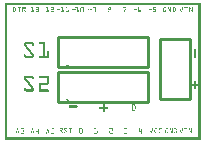
<source format=gto>
G04 MADE WITH FRITZING*
G04 WWW.FRITZING.ORG*
G04 DOUBLE SIDED*
G04 HOLES PLATED*
G04 CONTOUR ON CENTER OF CONTOUR VECTOR*
%ASAXBY*%
%FSLAX23Y23*%
%MOIN*%
%OFA0B0*%
%SFA1.0B1.0*%
%ADD10C,0.010000*%
%ADD11R,0.001000X0.001000*%
%LNSILK1*%
G90*
G70*
G54D10*
X178Y128D02*
X478Y128D01*
D02*
X478Y128D02*
X478Y228D01*
D02*
X478Y228D02*
X178Y228D01*
D02*
X178Y228D02*
X178Y128D01*
D02*
X176Y244D02*
X476Y244D01*
D02*
X476Y244D02*
X476Y344D01*
D02*
X476Y344D02*
X176Y344D01*
D02*
X176Y344D02*
X176Y244D01*
D02*
X518Y336D02*
X518Y136D01*
D02*
X518Y136D02*
X618Y136D01*
D02*
X618Y136D02*
X618Y336D01*
D02*
X618Y336D02*
X518Y336D01*
G54D11*
X0Y457D02*
X652Y457D01*
X0Y456D02*
X652Y456D01*
X0Y455D02*
X652Y455D01*
X0Y454D02*
X652Y454D01*
X0Y453D02*
X652Y453D01*
X0Y452D02*
X652Y452D01*
X0Y451D02*
X652Y451D01*
X0Y450D02*
X652Y450D01*
X0Y449D02*
X7Y449D01*
X645Y449D02*
X652Y449D01*
X0Y448D02*
X7Y448D01*
X645Y448D02*
X652Y448D01*
X0Y447D02*
X7Y447D01*
X645Y447D02*
X652Y447D01*
X0Y446D02*
X7Y446D01*
X645Y446D02*
X652Y446D01*
X0Y445D02*
X7Y445D01*
X645Y445D02*
X652Y445D01*
X0Y444D02*
X7Y444D01*
X645Y444D02*
X652Y444D01*
X0Y443D02*
X7Y443D01*
X26Y443D02*
X32Y443D01*
X42Y443D02*
X52Y443D01*
X58Y443D02*
X67Y443D01*
X87Y443D02*
X92Y443D01*
X103Y443D02*
X112Y443D01*
X136Y443D02*
X141Y443D01*
X152Y443D02*
X161Y443D01*
X186Y443D02*
X191Y443D01*
X202Y443D02*
X207Y443D01*
X236Y443D02*
X240Y443D01*
X253Y443D02*
X259Y443D01*
X293Y443D02*
X302Y443D01*
X347Y443D02*
X350Y443D01*
X393Y443D02*
X403Y443D01*
X444Y443D02*
X445Y443D01*
X495Y443D02*
X502Y443D01*
X532Y443D02*
X536Y443D01*
X543Y443D02*
X545Y443D01*
X552Y443D02*
X552Y443D01*
X559Y443D02*
X564Y443D01*
X583Y443D02*
X583Y443D01*
X599Y443D02*
X608Y443D01*
X615Y443D02*
X616Y443D01*
X624Y443D02*
X624Y443D01*
X645Y443D02*
X652Y443D01*
X0Y442D02*
X7Y442D01*
X27Y442D02*
X33Y442D01*
X42Y442D02*
X52Y442D01*
X58Y442D02*
X68Y442D01*
X86Y442D02*
X92Y442D01*
X103Y442D02*
X112Y442D01*
X136Y442D02*
X141Y442D01*
X152Y442D02*
X162Y442D01*
X186Y442D02*
X191Y442D01*
X202Y442D02*
X207Y442D01*
X235Y442D02*
X241Y442D01*
X252Y442D02*
X261Y442D01*
X292Y442D02*
X302Y442D01*
X346Y442D02*
X351Y442D01*
X393Y442D02*
X403Y442D01*
X443Y442D02*
X446Y442D01*
X495Y442D02*
X503Y442D01*
X530Y442D02*
X536Y442D01*
X543Y442D02*
X545Y442D01*
X551Y442D02*
X553Y442D01*
X559Y442D02*
X566Y442D01*
X582Y442D02*
X583Y442D01*
X591Y442D02*
X592Y442D01*
X598Y442D02*
X608Y442D01*
X615Y442D02*
X617Y442D01*
X623Y442D02*
X625Y442D01*
X645Y442D02*
X652Y442D01*
X0Y441D02*
X7Y441D01*
X28Y441D02*
X30Y441D01*
X32Y441D02*
X34Y441D01*
X42Y441D02*
X44Y441D01*
X47Y441D02*
X48Y441D01*
X51Y441D02*
X52Y441D01*
X58Y441D02*
X60Y441D01*
X67Y441D02*
X69Y441D01*
X90Y441D02*
X92Y441D01*
X111Y441D02*
X113Y441D01*
X140Y441D02*
X141Y441D01*
X160Y441D02*
X162Y441D01*
X190Y441D02*
X191Y441D01*
X206Y441D02*
X207Y441D01*
X236Y441D02*
X241Y441D01*
X251Y441D02*
X261Y441D01*
X292Y441D02*
X294Y441D01*
X301Y441D02*
X302Y441D01*
X345Y441D02*
X351Y441D01*
X393Y441D02*
X394Y441D01*
X401Y441D02*
X403Y441D01*
X443Y441D02*
X445Y441D01*
X495Y441D02*
X496Y441D01*
X530Y441D02*
X532Y441D01*
X543Y441D02*
X546Y441D01*
X551Y441D02*
X553Y441D01*
X561Y441D02*
X566Y441D01*
X582Y441D02*
X583Y441D01*
X591Y441D02*
X592Y441D01*
X599Y441D02*
X608Y441D01*
X615Y441D02*
X617Y441D01*
X623Y441D02*
X625Y441D01*
X645Y441D02*
X652Y441D01*
X0Y440D02*
X7Y440D01*
X28Y440D02*
X30Y440D01*
X33Y440D02*
X34Y440D01*
X43Y440D02*
X43Y440D01*
X47Y440D02*
X48Y440D01*
X52Y440D02*
X52Y440D01*
X58Y440D02*
X60Y440D01*
X67Y440D02*
X69Y440D01*
X91Y440D02*
X92Y440D01*
X111Y440D02*
X113Y440D01*
X140Y440D02*
X141Y440D01*
X161Y440D02*
X162Y440D01*
X190Y440D02*
X191Y440D01*
X206Y440D02*
X207Y440D01*
X239Y440D02*
X241Y440D01*
X251Y440D02*
X252Y440D01*
X260Y440D02*
X261Y440D01*
X292Y440D02*
X293Y440D01*
X301Y440D02*
X302Y440D01*
X345Y440D02*
X347Y440D01*
X350Y440D02*
X351Y440D01*
X402Y440D02*
X403Y440D01*
X443Y440D02*
X445Y440D01*
X495Y440D02*
X496Y440D01*
X529Y440D02*
X531Y440D01*
X543Y440D02*
X546Y440D01*
X551Y440D02*
X553Y440D01*
X561Y440D02*
X562Y440D01*
X565Y440D02*
X567Y440D01*
X582Y440D02*
X583Y440D01*
X591Y440D02*
X592Y440D01*
X603Y440D02*
X604Y440D01*
X615Y440D02*
X618Y440D01*
X623Y440D02*
X625Y440D01*
X645Y440D02*
X652Y440D01*
X0Y439D02*
X7Y439D01*
X28Y439D02*
X30Y439D01*
X33Y439D02*
X35Y439D01*
X47Y439D02*
X48Y439D01*
X58Y439D02*
X60Y439D01*
X67Y439D02*
X69Y439D01*
X91Y439D02*
X92Y439D01*
X111Y439D02*
X113Y439D01*
X140Y439D02*
X141Y439D01*
X161Y439D02*
X162Y439D01*
X190Y439D02*
X191Y439D01*
X206Y439D02*
X207Y439D01*
X239Y439D02*
X241Y439D01*
X251Y439D02*
X252Y439D01*
X260Y439D02*
X261Y439D01*
X292Y439D02*
X293Y439D01*
X301Y439D02*
X302Y439D01*
X345Y439D02*
X347Y439D01*
X350Y439D02*
X351Y439D01*
X402Y439D02*
X403Y439D01*
X443Y439D02*
X445Y439D01*
X495Y439D02*
X496Y439D01*
X528Y439D02*
X530Y439D01*
X543Y439D02*
X546Y439D01*
X551Y439D02*
X553Y439D01*
X561Y439D02*
X562Y439D01*
X566Y439D02*
X567Y439D01*
X582Y439D02*
X583Y439D01*
X591Y439D02*
X592Y439D01*
X603Y439D02*
X604Y439D01*
X615Y439D02*
X618Y439D01*
X623Y439D02*
X625Y439D01*
X645Y439D02*
X652Y439D01*
X0Y438D02*
X7Y438D01*
X28Y438D02*
X30Y438D01*
X34Y438D02*
X35Y438D01*
X47Y438D02*
X48Y438D01*
X58Y438D02*
X68Y438D01*
X91Y438D02*
X92Y438D01*
X111Y438D02*
X113Y438D01*
X140Y438D02*
X141Y438D01*
X161Y438D02*
X162Y438D01*
X190Y438D02*
X191Y438D01*
X206Y438D02*
X207Y438D01*
X239Y438D02*
X241Y438D01*
X251Y438D02*
X252Y438D01*
X260Y438D02*
X261Y438D01*
X292Y438D02*
X293Y438D01*
X301Y438D02*
X302Y438D01*
X345Y438D02*
X347Y438D01*
X350Y438D02*
X351Y438D01*
X402Y438D02*
X403Y438D01*
X443Y438D02*
X445Y438D01*
X495Y438D02*
X496Y438D01*
X527Y438D02*
X529Y438D01*
X543Y438D02*
X547Y438D01*
X551Y438D02*
X553Y438D01*
X561Y438D02*
X562Y438D01*
X566Y438D02*
X568Y438D01*
X582Y438D02*
X584Y438D01*
X591Y438D02*
X592Y438D01*
X603Y438D02*
X604Y438D01*
X615Y438D02*
X619Y438D01*
X623Y438D02*
X625Y438D01*
X645Y438D02*
X652Y438D01*
X0Y437D02*
X7Y437D01*
X28Y437D02*
X30Y437D01*
X34Y437D02*
X36Y437D01*
X47Y437D02*
X48Y437D01*
X58Y437D02*
X68Y437D01*
X91Y437D02*
X92Y437D01*
X111Y437D02*
X113Y437D01*
X140Y437D02*
X141Y437D01*
X161Y437D02*
X162Y437D01*
X176Y437D02*
X178Y437D01*
X190Y437D02*
X191Y437D01*
X206Y437D02*
X207Y437D01*
X239Y437D02*
X241Y437D01*
X251Y437D02*
X252Y437D01*
X260Y437D02*
X261Y437D01*
X280Y437D02*
X282Y437D01*
X292Y437D02*
X302Y437D01*
X345Y437D02*
X347Y437D01*
X350Y437D02*
X351Y437D01*
X401Y437D02*
X403Y437D01*
X443Y437D02*
X445Y437D01*
X495Y437D02*
X496Y437D01*
X527Y437D02*
X528Y437D01*
X543Y437D02*
X544Y437D01*
X546Y437D02*
X547Y437D01*
X551Y437D02*
X553Y437D01*
X561Y437D02*
X562Y437D01*
X567Y437D02*
X568Y437D01*
X583Y437D02*
X584Y437D01*
X591Y437D02*
X592Y437D01*
X603Y437D02*
X604Y437D01*
X615Y437D02*
X616Y437D01*
X618Y437D02*
X619Y437D01*
X623Y437D02*
X625Y437D01*
X645Y437D02*
X652Y437D01*
X0Y436D02*
X7Y436D01*
X28Y436D02*
X30Y436D01*
X35Y436D02*
X36Y436D01*
X47Y436D02*
X48Y436D01*
X58Y436D02*
X66Y436D01*
X91Y436D02*
X92Y436D01*
X111Y436D02*
X113Y436D01*
X140Y436D02*
X141Y436D01*
X161Y436D02*
X162Y436D01*
X174Y436D02*
X181Y436D01*
X183Y436D02*
X184Y436D01*
X190Y436D02*
X191Y436D01*
X206Y436D02*
X207Y436D01*
X226Y436D02*
X229Y436D01*
X239Y436D02*
X241Y436D01*
X251Y436D02*
X252Y436D01*
X260Y436D02*
X261Y436D01*
X278Y436D02*
X285Y436D01*
X287Y436D02*
X288Y436D01*
X292Y436D02*
X302Y436D01*
X345Y436D02*
X347Y436D01*
X350Y436D02*
X351Y436D01*
X400Y436D02*
X402Y436D01*
X429Y436D02*
X434Y436D01*
X439Y436D02*
X439Y436D01*
X443Y436D02*
X445Y436D01*
X480Y436D02*
X485Y436D01*
X489Y436D02*
X490Y436D01*
X495Y436D02*
X496Y436D01*
X527Y436D02*
X528Y436D01*
X543Y436D02*
X544Y436D01*
X546Y436D02*
X548Y436D01*
X551Y436D02*
X553Y436D01*
X561Y436D02*
X562Y436D01*
X567Y436D02*
X569Y436D01*
X583Y436D02*
X584Y436D01*
X590Y436D02*
X592Y436D01*
X603Y436D02*
X604Y436D01*
X615Y436D02*
X616Y436D01*
X618Y436D02*
X620Y436D01*
X623Y436D02*
X625Y436D01*
X645Y436D02*
X652Y436D01*
X0Y435D02*
X7Y435D01*
X28Y435D02*
X30Y435D01*
X35Y435D02*
X36Y435D01*
X47Y435D02*
X48Y435D01*
X58Y435D02*
X60Y435D01*
X63Y435D02*
X64Y435D01*
X91Y435D02*
X92Y435D01*
X105Y435D02*
X112Y435D01*
X140Y435D02*
X141Y435D01*
X153Y435D02*
X162Y435D01*
X174Y435D02*
X175Y435D01*
X178Y435D02*
X184Y435D01*
X190Y435D02*
X191Y435D01*
X206Y435D02*
X207Y435D01*
X225Y435D02*
X235Y435D01*
X239Y435D02*
X241Y435D01*
X251Y435D02*
X252Y435D01*
X260Y435D02*
X261Y435D01*
X278Y435D02*
X279Y435D01*
X282Y435D02*
X288Y435D01*
X301Y435D02*
X302Y435D01*
X344Y435D02*
X352Y435D01*
X399Y435D02*
X401Y435D01*
X429Y435D02*
X439Y435D01*
X443Y435D02*
X445Y435D01*
X480Y435D02*
X490Y435D01*
X495Y435D02*
X502Y435D01*
X526Y435D02*
X528Y435D01*
X543Y435D02*
X544Y435D01*
X547Y435D02*
X548Y435D01*
X551Y435D02*
X553Y435D01*
X561Y435D02*
X562Y435D01*
X568Y435D02*
X569Y435D01*
X583Y435D02*
X585Y435D01*
X590Y435D02*
X591Y435D01*
X603Y435D02*
X604Y435D01*
X615Y435D02*
X616Y435D01*
X619Y435D02*
X620Y435D01*
X623Y435D02*
X625Y435D01*
X645Y435D02*
X652Y435D01*
X0Y434D02*
X7Y434D01*
X28Y434D02*
X30Y434D01*
X35Y434D02*
X36Y434D01*
X47Y434D02*
X48Y434D01*
X58Y434D02*
X60Y434D01*
X63Y434D02*
X65Y434D01*
X91Y434D02*
X92Y434D01*
X105Y434D02*
X112Y434D01*
X140Y434D02*
X141Y434D01*
X152Y434D02*
X161Y434D01*
X181Y434D02*
X183Y434D01*
X190Y434D02*
X191Y434D01*
X206Y434D02*
X207Y434D01*
X224Y434D02*
X225Y434D01*
X229Y434D02*
X234Y434D01*
X239Y434D02*
X241Y434D01*
X251Y434D02*
X252Y434D01*
X260Y434D02*
X261Y434D01*
X285Y434D02*
X286Y434D01*
X301Y434D02*
X302Y434D01*
X343Y434D02*
X353Y434D01*
X398Y434D02*
X400Y434D01*
X429Y434D02*
X429Y434D01*
X435Y434D02*
X438Y434D01*
X443Y434D02*
X445Y434D01*
X485Y434D02*
X489Y434D01*
X495Y434D02*
X503Y434D01*
X526Y434D02*
X528Y434D01*
X543Y434D02*
X544Y434D01*
X547Y434D02*
X549Y434D01*
X551Y434D02*
X553Y434D01*
X561Y434D02*
X562Y434D01*
X567Y434D02*
X569Y434D01*
X584Y434D02*
X585Y434D01*
X589Y434D02*
X591Y434D01*
X603Y434D02*
X604Y434D01*
X615Y434D02*
X616Y434D01*
X619Y434D02*
X621Y434D01*
X623Y434D02*
X625Y434D01*
X645Y434D02*
X652Y434D01*
X0Y433D02*
X7Y433D01*
X28Y433D02*
X30Y433D01*
X34Y433D02*
X36Y433D01*
X47Y433D02*
X48Y433D01*
X58Y433D02*
X60Y433D01*
X64Y433D02*
X66Y433D01*
X91Y433D02*
X92Y433D01*
X95Y433D02*
X96Y433D01*
X111Y433D02*
X113Y433D01*
X140Y433D02*
X141Y433D01*
X145Y433D02*
X146Y433D01*
X152Y433D02*
X153Y433D01*
X190Y433D02*
X191Y433D01*
X194Y433D02*
X196Y433D01*
X206Y433D02*
X207Y433D01*
X211Y433D02*
X212Y433D01*
X232Y433D02*
X232Y433D01*
X239Y433D02*
X241Y433D01*
X244Y433D02*
X245Y433D01*
X251Y433D02*
X252Y433D01*
X260Y433D02*
X261Y433D01*
X301Y433D02*
X302Y433D01*
X343Y433D02*
X345Y433D01*
X352Y433D02*
X353Y433D01*
X397Y433D02*
X399Y433D01*
X443Y433D02*
X453Y433D01*
X501Y433D02*
X503Y433D01*
X526Y433D02*
X528Y433D01*
X532Y433D02*
X537Y433D01*
X543Y433D02*
X544Y433D01*
X548Y433D02*
X549Y433D01*
X551Y433D02*
X553Y433D01*
X561Y433D02*
X562Y433D01*
X567Y433D02*
X569Y433D01*
X584Y433D02*
X586Y433D01*
X589Y433D02*
X590Y433D01*
X603Y433D02*
X604Y433D01*
X615Y433D02*
X616Y433D01*
X619Y433D02*
X621Y433D01*
X623Y433D02*
X625Y433D01*
X645Y433D02*
X652Y433D01*
X0Y432D02*
X7Y432D01*
X28Y432D02*
X30Y432D01*
X34Y432D02*
X35Y432D01*
X47Y432D02*
X48Y432D01*
X58Y432D02*
X60Y432D01*
X65Y432D02*
X66Y432D01*
X91Y432D02*
X92Y432D01*
X95Y432D02*
X97Y432D01*
X111Y432D02*
X113Y432D01*
X140Y432D02*
X141Y432D01*
X145Y432D02*
X146Y432D01*
X152Y432D02*
X153Y432D01*
X190Y432D02*
X191Y432D01*
X194Y432D02*
X196Y432D01*
X206Y432D02*
X207Y432D01*
X211Y432D02*
X212Y432D01*
X239Y432D02*
X241Y432D01*
X244Y432D02*
X245Y432D01*
X251Y432D02*
X252Y432D01*
X260Y432D02*
X261Y432D01*
X301Y432D02*
X302Y432D01*
X343Y432D02*
X344Y432D01*
X352Y432D02*
X353Y432D01*
X397Y432D02*
X398Y432D01*
X443Y432D02*
X454Y432D01*
X501Y432D02*
X503Y432D01*
X526Y432D02*
X528Y432D01*
X532Y432D02*
X537Y432D01*
X543Y432D02*
X544Y432D01*
X548Y432D02*
X553Y432D01*
X561Y432D02*
X562Y432D01*
X567Y432D02*
X568Y432D01*
X584Y432D02*
X586Y432D01*
X589Y432D02*
X590Y432D01*
X603Y432D02*
X604Y432D01*
X615Y432D02*
X616Y432D01*
X620Y432D02*
X621Y432D01*
X623Y432D02*
X625Y432D01*
X645Y432D02*
X652Y432D01*
X0Y431D02*
X7Y431D01*
X28Y431D02*
X30Y431D01*
X33Y431D02*
X35Y431D01*
X47Y431D02*
X48Y431D01*
X58Y431D02*
X60Y431D01*
X65Y431D02*
X67Y431D01*
X91Y431D02*
X92Y431D01*
X95Y431D02*
X97Y431D01*
X111Y431D02*
X113Y431D01*
X140Y431D02*
X141Y431D01*
X145Y431D02*
X146Y431D01*
X152Y431D02*
X153Y431D01*
X190Y431D02*
X191Y431D01*
X194Y431D02*
X196Y431D01*
X206Y431D02*
X207Y431D01*
X211Y431D02*
X212Y431D01*
X239Y431D02*
X241Y431D01*
X244Y431D02*
X245Y431D01*
X251Y431D02*
X252Y431D01*
X260Y431D02*
X261Y431D01*
X301Y431D02*
X302Y431D01*
X343Y431D02*
X344Y431D01*
X352Y431D02*
X353Y431D01*
X397Y431D02*
X398Y431D01*
X443Y431D02*
X445Y431D01*
X452Y431D02*
X454Y431D01*
X501Y431D02*
X503Y431D01*
X526Y431D02*
X528Y431D01*
X535Y431D02*
X537Y431D01*
X543Y431D02*
X544Y431D01*
X548Y431D02*
X553Y431D01*
X561Y431D02*
X562Y431D01*
X566Y431D02*
X568Y431D01*
X585Y431D02*
X586Y431D01*
X588Y431D02*
X590Y431D01*
X603Y431D02*
X604Y431D01*
X615Y431D02*
X616Y431D01*
X620Y431D02*
X625Y431D01*
X645Y431D02*
X652Y431D01*
X0Y430D02*
X7Y430D01*
X28Y430D02*
X30Y430D01*
X33Y430D02*
X34Y430D01*
X47Y430D02*
X48Y430D01*
X58Y430D02*
X60Y430D01*
X66Y430D02*
X67Y430D01*
X91Y430D02*
X92Y430D01*
X95Y430D02*
X97Y430D01*
X111Y430D02*
X113Y430D01*
X140Y430D02*
X141Y430D01*
X145Y430D02*
X146Y430D01*
X152Y430D02*
X153Y430D01*
X190Y430D02*
X191Y430D01*
X194Y430D02*
X196Y430D01*
X206Y430D02*
X207Y430D01*
X211Y430D02*
X212Y430D01*
X239Y430D02*
X241Y430D01*
X244Y430D02*
X245Y430D01*
X251Y430D02*
X252Y430D01*
X260Y430D02*
X261Y430D01*
X301Y430D02*
X302Y430D01*
X343Y430D02*
X344Y430D01*
X352Y430D02*
X353Y430D01*
X397Y430D02*
X398Y430D01*
X443Y430D02*
X445Y430D01*
X452Y430D02*
X454Y430D01*
X501Y430D02*
X503Y430D01*
X526Y430D02*
X528Y430D01*
X535Y430D02*
X537Y430D01*
X543Y430D02*
X544Y430D01*
X549Y430D02*
X553Y430D01*
X561Y430D02*
X562Y430D01*
X566Y430D02*
X567Y430D01*
X585Y430D02*
X589Y430D01*
X603Y430D02*
X604Y430D01*
X615Y430D02*
X616Y430D01*
X621Y430D02*
X625Y430D01*
X645Y430D02*
X652Y430D01*
X0Y429D02*
X7Y429D01*
X28Y429D02*
X30Y429D01*
X32Y429D02*
X34Y429D01*
X47Y429D02*
X48Y429D01*
X58Y429D02*
X60Y429D01*
X66Y429D02*
X68Y429D01*
X91Y429D02*
X92Y429D01*
X95Y429D02*
X97Y429D01*
X111Y429D02*
X113Y429D01*
X140Y429D02*
X141Y429D01*
X145Y429D02*
X146Y429D01*
X152Y429D02*
X153Y429D01*
X190Y429D02*
X191Y429D01*
X194Y429D02*
X196Y429D01*
X206Y429D02*
X207Y429D01*
X211Y429D02*
X212Y429D01*
X239Y429D02*
X241Y429D01*
X244Y429D02*
X245Y429D01*
X251Y429D02*
X252Y429D01*
X260Y429D02*
X261Y429D01*
X301Y429D02*
X302Y429D01*
X343Y429D02*
X344Y429D01*
X352Y429D02*
X353Y429D01*
X397Y429D02*
X398Y429D01*
X443Y429D02*
X445Y429D01*
X452Y429D02*
X454Y429D01*
X501Y429D02*
X503Y429D01*
X526Y429D02*
X528Y429D01*
X535Y429D02*
X537Y429D01*
X543Y429D02*
X544Y429D01*
X549Y429D02*
X553Y429D01*
X561Y429D02*
X562Y429D01*
X565Y429D02*
X567Y429D01*
X586Y429D02*
X589Y429D01*
X603Y429D02*
X604Y429D01*
X615Y429D02*
X616Y429D01*
X621Y429D02*
X625Y429D01*
X645Y429D02*
X652Y429D01*
X0Y428D02*
X7Y428D01*
X26Y428D02*
X33Y428D01*
X47Y428D02*
X48Y428D01*
X58Y428D02*
X60Y428D01*
X67Y428D02*
X68Y428D01*
X87Y428D02*
X97Y428D01*
X103Y428D02*
X113Y428D01*
X137Y428D02*
X146Y428D01*
X152Y428D02*
X161Y428D01*
X186Y428D02*
X196Y428D01*
X202Y428D02*
X212Y428D01*
X239Y428D02*
X241Y428D01*
X244Y428D02*
X245Y428D01*
X251Y428D02*
X253Y428D01*
X260Y428D02*
X261Y428D01*
X301Y428D02*
X302Y428D01*
X343Y428D02*
X345Y428D01*
X352Y428D02*
X353Y428D01*
X397Y428D02*
X398Y428D01*
X443Y428D02*
X454Y428D01*
X493Y428D02*
X503Y428D01*
X527Y428D02*
X536Y428D01*
X543Y428D02*
X544Y428D01*
X550Y428D02*
X553Y428D01*
X560Y428D02*
X566Y428D01*
X586Y428D02*
X588Y428D01*
X602Y428D02*
X604Y428D01*
X615Y428D02*
X616Y428D01*
X622Y428D02*
X625Y428D01*
X645Y428D02*
X652Y428D01*
X0Y427D02*
X7Y427D01*
X26Y427D02*
X32Y427D01*
X47Y427D02*
X48Y427D01*
X59Y427D02*
X59Y427D01*
X67Y427D02*
X68Y427D01*
X86Y427D02*
X96Y427D01*
X103Y427D02*
X112Y427D01*
X136Y427D02*
X146Y427D01*
X152Y427D02*
X162Y427D01*
X186Y427D02*
X196Y427D01*
X202Y427D02*
X212Y427D01*
X235Y427D02*
X245Y427D01*
X251Y427D02*
X261Y427D01*
X300Y427D02*
X302Y427D01*
X343Y427D02*
X353Y427D01*
X397Y427D02*
X398Y427D01*
X443Y427D02*
X453Y427D01*
X493Y427D02*
X502Y427D01*
X527Y427D02*
X536Y427D01*
X543Y427D02*
X544Y427D01*
X550Y427D02*
X553Y427D01*
X559Y427D02*
X566Y427D01*
X586Y427D02*
X588Y427D01*
X598Y427D02*
X608Y427D01*
X615Y427D02*
X616Y427D01*
X622Y427D02*
X625Y427D01*
X645Y427D02*
X652Y427D01*
X0Y426D02*
X7Y426D01*
X87Y426D02*
X96Y426D01*
X103Y426D02*
X111Y426D01*
X136Y426D02*
X145Y426D01*
X152Y426D02*
X161Y426D01*
X187Y426D02*
X194Y426D01*
X203Y426D02*
X211Y426D01*
X235Y426D02*
X245Y426D01*
X252Y426D02*
X260Y426D01*
X301Y426D02*
X301Y426D01*
X344Y426D02*
X352Y426D01*
X444Y426D02*
X453Y426D01*
X495Y426D02*
X501Y426D01*
X529Y426D02*
X534Y426D01*
X543Y426D02*
X543Y426D01*
X551Y426D02*
X553Y426D01*
X559Y426D02*
X564Y426D01*
X587Y426D02*
X588Y426D01*
X599Y426D02*
X608Y426D01*
X615Y426D02*
X615Y426D01*
X623Y426D02*
X625Y426D01*
X645Y426D02*
X652Y426D01*
X0Y425D02*
X7Y425D01*
X645Y425D02*
X652Y425D01*
X0Y424D02*
X7Y424D01*
X645Y424D02*
X652Y424D01*
X0Y423D02*
X7Y423D01*
X645Y423D02*
X652Y423D01*
X0Y422D02*
X7Y422D01*
X645Y422D02*
X652Y422D01*
X0Y421D02*
X7Y421D01*
X645Y421D02*
X652Y421D01*
X0Y420D02*
X7Y420D01*
X645Y420D02*
X652Y420D01*
X0Y419D02*
X7Y419D01*
X645Y419D02*
X652Y419D01*
X0Y418D02*
X7Y418D01*
X645Y418D02*
X652Y418D01*
X0Y417D02*
X7Y417D01*
X645Y417D02*
X652Y417D01*
X0Y416D02*
X7Y416D01*
X645Y416D02*
X652Y416D01*
X0Y415D02*
X7Y415D01*
X645Y415D02*
X652Y415D01*
X0Y414D02*
X7Y414D01*
X645Y414D02*
X652Y414D01*
X0Y413D02*
X7Y413D01*
X645Y413D02*
X652Y413D01*
X0Y412D02*
X7Y412D01*
X645Y412D02*
X652Y412D01*
X0Y411D02*
X7Y411D01*
X645Y411D02*
X652Y411D01*
X0Y410D02*
X7Y410D01*
X645Y410D02*
X652Y410D01*
X0Y409D02*
X7Y409D01*
X645Y409D02*
X652Y409D01*
X0Y408D02*
X7Y408D01*
X645Y408D02*
X652Y408D01*
X0Y407D02*
X7Y407D01*
X645Y407D02*
X652Y407D01*
X0Y406D02*
X7Y406D01*
X645Y406D02*
X652Y406D01*
X0Y405D02*
X7Y405D01*
X645Y405D02*
X652Y405D01*
X0Y404D02*
X7Y404D01*
X645Y404D02*
X652Y404D01*
X0Y403D02*
X7Y403D01*
X645Y403D02*
X652Y403D01*
X0Y402D02*
X7Y402D01*
X645Y402D02*
X652Y402D01*
X0Y401D02*
X7Y401D01*
X645Y401D02*
X652Y401D01*
X0Y400D02*
X7Y400D01*
X645Y400D02*
X652Y400D01*
X0Y399D02*
X7Y399D01*
X645Y399D02*
X652Y399D01*
X0Y398D02*
X7Y398D01*
X645Y398D02*
X652Y398D01*
X0Y397D02*
X7Y397D01*
X645Y397D02*
X652Y397D01*
X0Y396D02*
X7Y396D01*
X645Y396D02*
X652Y396D01*
X0Y395D02*
X7Y395D01*
X645Y395D02*
X652Y395D01*
X0Y394D02*
X7Y394D01*
X645Y394D02*
X652Y394D01*
X0Y393D02*
X7Y393D01*
X645Y393D02*
X652Y393D01*
X0Y392D02*
X7Y392D01*
X645Y392D02*
X652Y392D01*
X0Y391D02*
X7Y391D01*
X645Y391D02*
X652Y391D01*
X0Y390D02*
X7Y390D01*
X645Y390D02*
X652Y390D01*
X0Y389D02*
X7Y389D01*
X645Y389D02*
X652Y389D01*
X0Y388D02*
X7Y388D01*
X645Y388D02*
X652Y388D01*
X0Y387D02*
X7Y387D01*
X645Y387D02*
X652Y387D01*
X0Y386D02*
X7Y386D01*
X645Y386D02*
X652Y386D01*
X0Y385D02*
X7Y385D01*
X645Y385D02*
X652Y385D01*
X0Y384D02*
X7Y384D01*
X645Y384D02*
X652Y384D01*
X0Y383D02*
X7Y383D01*
X645Y383D02*
X652Y383D01*
X0Y382D02*
X7Y382D01*
X645Y382D02*
X652Y382D01*
X0Y381D02*
X7Y381D01*
X645Y381D02*
X652Y381D01*
X0Y380D02*
X7Y380D01*
X645Y380D02*
X652Y380D01*
X0Y379D02*
X7Y379D01*
X645Y379D02*
X652Y379D01*
X0Y378D02*
X7Y378D01*
X645Y378D02*
X652Y378D01*
X0Y377D02*
X7Y377D01*
X645Y377D02*
X652Y377D01*
X0Y376D02*
X7Y376D01*
X645Y376D02*
X652Y376D01*
X0Y375D02*
X7Y375D01*
X645Y375D02*
X652Y375D01*
X0Y374D02*
X7Y374D01*
X645Y374D02*
X652Y374D01*
X0Y373D02*
X7Y373D01*
X645Y373D02*
X652Y373D01*
X0Y372D02*
X7Y372D01*
X645Y372D02*
X652Y372D01*
X0Y371D02*
X7Y371D01*
X645Y371D02*
X652Y371D01*
X0Y370D02*
X7Y370D01*
X645Y370D02*
X652Y370D01*
X0Y369D02*
X7Y369D01*
X645Y369D02*
X652Y369D01*
X0Y368D02*
X7Y368D01*
X645Y368D02*
X652Y368D01*
X0Y367D02*
X7Y367D01*
X645Y367D02*
X652Y367D01*
X0Y366D02*
X7Y366D01*
X645Y366D02*
X652Y366D01*
X0Y365D02*
X7Y365D01*
X645Y365D02*
X652Y365D01*
X0Y364D02*
X7Y364D01*
X645Y364D02*
X652Y364D01*
X0Y363D02*
X7Y363D01*
X645Y363D02*
X652Y363D01*
X0Y362D02*
X7Y362D01*
X645Y362D02*
X652Y362D01*
X0Y361D02*
X7Y361D01*
X645Y361D02*
X652Y361D01*
X0Y360D02*
X7Y360D01*
X645Y360D02*
X652Y360D01*
X0Y359D02*
X7Y359D01*
X645Y359D02*
X652Y359D01*
X0Y358D02*
X7Y358D01*
X645Y358D02*
X652Y358D01*
X0Y357D02*
X7Y357D01*
X645Y357D02*
X652Y357D01*
X0Y356D02*
X7Y356D01*
X645Y356D02*
X652Y356D01*
X0Y355D02*
X7Y355D01*
X645Y355D02*
X652Y355D01*
X0Y354D02*
X7Y354D01*
X645Y354D02*
X652Y354D01*
X0Y353D02*
X7Y353D01*
X645Y353D02*
X652Y353D01*
X0Y352D02*
X7Y352D01*
X645Y352D02*
X652Y352D01*
X0Y351D02*
X7Y351D01*
X645Y351D02*
X652Y351D01*
X0Y350D02*
X7Y350D01*
X645Y350D02*
X652Y350D01*
X0Y349D02*
X7Y349D01*
X645Y349D02*
X652Y349D01*
X0Y348D02*
X7Y348D01*
X645Y348D02*
X652Y348D01*
X0Y347D02*
X7Y347D01*
X645Y347D02*
X652Y347D01*
X0Y346D02*
X7Y346D01*
X645Y346D02*
X652Y346D01*
X0Y345D02*
X7Y345D01*
X645Y345D02*
X652Y345D01*
X0Y344D02*
X7Y344D01*
X645Y344D02*
X652Y344D01*
X0Y343D02*
X7Y343D01*
X645Y343D02*
X652Y343D01*
X0Y342D02*
X7Y342D01*
X645Y342D02*
X652Y342D01*
X0Y341D02*
X7Y341D01*
X645Y341D02*
X652Y341D01*
X0Y340D02*
X7Y340D01*
X645Y340D02*
X652Y340D01*
X0Y339D02*
X7Y339D01*
X645Y339D02*
X652Y339D01*
X0Y338D02*
X7Y338D01*
X550Y338D02*
X550Y338D01*
X645Y338D02*
X652Y338D01*
X0Y337D02*
X7Y337D01*
X549Y337D02*
X551Y337D01*
X645Y337D02*
X652Y337D01*
X0Y336D02*
X7Y336D01*
X548Y336D02*
X552Y336D01*
X645Y336D02*
X652Y336D01*
X0Y335D02*
X7Y335D01*
X547Y335D02*
X553Y335D01*
X645Y335D02*
X652Y335D01*
X0Y334D02*
X7Y334D01*
X546Y334D02*
X552Y334D01*
X645Y334D02*
X652Y334D01*
X0Y333D02*
X7Y333D01*
X545Y333D02*
X551Y333D01*
X645Y333D02*
X652Y333D01*
X0Y332D02*
X7Y332D01*
X544Y332D02*
X550Y332D01*
X645Y332D02*
X652Y332D01*
X0Y331D02*
X7Y331D01*
X543Y331D02*
X549Y331D01*
X645Y331D02*
X652Y331D01*
X0Y330D02*
X7Y330D01*
X645Y330D02*
X652Y330D01*
X0Y329D02*
X7Y329D01*
X645Y329D02*
X652Y329D01*
X0Y328D02*
X7Y328D01*
X645Y328D02*
X652Y328D01*
X0Y327D02*
X7Y327D01*
X645Y327D02*
X652Y327D01*
X0Y326D02*
X7Y326D01*
X69Y326D02*
X89Y326D01*
X115Y326D02*
X132Y326D01*
X645Y326D02*
X652Y326D01*
X0Y325D02*
X7Y325D01*
X67Y325D02*
X92Y325D01*
X114Y325D02*
X132Y325D01*
X645Y325D02*
X652Y325D01*
X0Y324D02*
X7Y324D01*
X66Y324D02*
X93Y324D01*
X113Y324D02*
X132Y324D01*
X645Y324D02*
X652Y324D01*
X0Y323D02*
X7Y323D01*
X65Y323D02*
X94Y323D01*
X113Y323D02*
X132Y323D01*
X645Y323D02*
X652Y323D01*
X0Y322D02*
X7Y322D01*
X64Y322D02*
X95Y322D01*
X113Y322D02*
X132Y322D01*
X645Y322D02*
X652Y322D01*
X0Y321D02*
X7Y321D01*
X64Y321D02*
X95Y321D01*
X113Y321D02*
X132Y321D01*
X645Y321D02*
X652Y321D01*
X0Y320D02*
X7Y320D01*
X63Y320D02*
X96Y320D01*
X114Y320D02*
X132Y320D01*
X645Y320D02*
X652Y320D01*
X0Y319D02*
X7Y319D01*
X63Y319D02*
X70Y319D01*
X89Y319D02*
X96Y319D01*
X126Y319D02*
X132Y319D01*
X645Y319D02*
X652Y319D01*
X0Y318D02*
X7Y318D01*
X63Y318D02*
X69Y318D01*
X90Y318D02*
X96Y318D01*
X126Y318D02*
X132Y318D01*
X645Y318D02*
X652Y318D01*
X0Y317D02*
X7Y317D01*
X63Y317D02*
X70Y317D01*
X91Y317D02*
X96Y317D01*
X126Y317D02*
X132Y317D01*
X645Y317D02*
X652Y317D01*
X0Y316D02*
X7Y316D01*
X64Y316D02*
X71Y316D01*
X91Y316D02*
X96Y316D01*
X126Y316D02*
X132Y316D01*
X645Y316D02*
X652Y316D01*
X0Y315D02*
X7Y315D01*
X64Y315D02*
X72Y315D01*
X91Y315D02*
X96Y315D01*
X126Y315D02*
X132Y315D01*
X645Y315D02*
X652Y315D01*
X0Y314D02*
X7Y314D01*
X65Y314D02*
X72Y314D01*
X92Y314D02*
X95Y314D01*
X126Y314D02*
X132Y314D01*
X645Y314D02*
X652Y314D01*
X0Y313D02*
X7Y313D01*
X65Y313D02*
X73Y313D01*
X126Y313D02*
X132Y313D01*
X645Y313D02*
X652Y313D01*
X0Y312D02*
X7Y312D01*
X66Y312D02*
X74Y312D01*
X126Y312D02*
X132Y312D01*
X645Y312D02*
X652Y312D01*
X0Y311D02*
X7Y311D01*
X67Y311D02*
X75Y311D01*
X126Y311D02*
X132Y311D01*
X523Y311D02*
X523Y311D01*
X645Y311D02*
X652Y311D01*
X0Y310D02*
X7Y310D01*
X68Y310D02*
X75Y310D01*
X126Y310D02*
X132Y310D01*
X522Y310D02*
X523Y310D01*
X645Y310D02*
X652Y310D01*
X0Y309D02*
X7Y309D01*
X68Y309D02*
X76Y309D01*
X126Y309D02*
X132Y309D01*
X521Y309D02*
X523Y309D01*
X645Y309D02*
X652Y309D01*
X0Y308D02*
X7Y308D01*
X69Y308D02*
X77Y308D01*
X126Y308D02*
X132Y308D01*
X520Y308D02*
X523Y308D01*
X645Y308D02*
X652Y308D01*
X0Y307D02*
X7Y307D01*
X70Y307D02*
X78Y307D01*
X126Y307D02*
X132Y307D01*
X519Y307D02*
X523Y307D01*
X645Y307D02*
X652Y307D01*
X0Y306D02*
X7Y306D01*
X71Y306D02*
X79Y306D01*
X126Y306D02*
X132Y306D01*
X518Y306D02*
X523Y306D01*
X645Y306D02*
X652Y306D01*
X0Y305D02*
X7Y305D01*
X71Y305D02*
X79Y305D01*
X126Y305D02*
X132Y305D01*
X517Y305D02*
X523Y305D01*
X645Y305D02*
X652Y305D01*
X0Y304D02*
X7Y304D01*
X72Y304D02*
X80Y304D01*
X126Y304D02*
X132Y304D01*
X516Y304D02*
X522Y304D01*
X645Y304D02*
X652Y304D01*
X0Y303D02*
X7Y303D01*
X73Y303D02*
X81Y303D01*
X126Y303D02*
X132Y303D01*
X516Y303D02*
X521Y303D01*
X631Y303D02*
X636Y303D01*
X645Y303D02*
X652Y303D01*
X0Y302D02*
X7Y302D01*
X74Y302D02*
X82Y302D01*
X126Y302D02*
X132Y302D01*
X517Y302D02*
X520Y302D01*
X630Y302D02*
X637Y302D01*
X645Y302D02*
X652Y302D01*
X0Y301D02*
X7Y301D01*
X75Y301D02*
X82Y301D01*
X126Y301D02*
X132Y301D01*
X518Y301D02*
X519Y301D01*
X630Y301D02*
X637Y301D01*
X645Y301D02*
X652Y301D01*
X0Y300D02*
X7Y300D01*
X75Y300D02*
X83Y300D01*
X126Y300D02*
X132Y300D01*
X630Y300D02*
X637Y300D01*
X645Y300D02*
X652Y300D01*
X0Y299D02*
X7Y299D01*
X76Y299D02*
X84Y299D01*
X126Y299D02*
X132Y299D01*
X630Y299D02*
X637Y299D01*
X645Y299D02*
X652Y299D01*
X0Y298D02*
X7Y298D01*
X77Y298D02*
X85Y298D01*
X126Y298D02*
X132Y298D01*
X630Y298D02*
X637Y298D01*
X645Y298D02*
X652Y298D01*
X0Y297D02*
X7Y297D01*
X78Y297D02*
X86Y297D01*
X126Y297D02*
X132Y297D01*
X143Y297D02*
X143Y297D01*
X630Y297D02*
X637Y297D01*
X645Y297D02*
X652Y297D01*
X0Y296D02*
X7Y296D01*
X78Y296D02*
X86Y296D01*
X126Y296D02*
X132Y296D01*
X141Y296D02*
X145Y296D01*
X630Y296D02*
X637Y296D01*
X645Y296D02*
X652Y296D01*
X0Y295D02*
X7Y295D01*
X79Y295D02*
X87Y295D01*
X126Y295D02*
X132Y295D01*
X140Y295D02*
X146Y295D01*
X630Y295D02*
X637Y295D01*
X645Y295D02*
X652Y295D01*
X0Y294D02*
X7Y294D01*
X80Y294D02*
X88Y294D01*
X126Y294D02*
X132Y294D01*
X140Y294D02*
X146Y294D01*
X630Y294D02*
X637Y294D01*
X645Y294D02*
X652Y294D01*
X0Y293D02*
X7Y293D01*
X81Y293D02*
X89Y293D01*
X126Y293D02*
X132Y293D01*
X140Y293D02*
X146Y293D01*
X630Y293D02*
X637Y293D01*
X645Y293D02*
X652Y293D01*
X0Y292D02*
X7Y292D01*
X82Y292D02*
X89Y292D01*
X126Y292D02*
X132Y292D01*
X140Y292D02*
X146Y292D01*
X630Y292D02*
X637Y292D01*
X645Y292D02*
X652Y292D01*
X0Y291D02*
X7Y291D01*
X82Y291D02*
X90Y291D01*
X126Y291D02*
X132Y291D01*
X140Y291D02*
X146Y291D01*
X630Y291D02*
X637Y291D01*
X645Y291D02*
X652Y291D01*
X0Y290D02*
X7Y290D01*
X83Y290D02*
X91Y290D01*
X126Y290D02*
X132Y290D01*
X140Y290D02*
X146Y290D01*
X630Y290D02*
X637Y290D01*
X645Y290D02*
X652Y290D01*
X0Y289D02*
X7Y289D01*
X84Y289D02*
X92Y289D01*
X126Y289D02*
X132Y289D01*
X140Y289D02*
X146Y289D01*
X630Y289D02*
X637Y289D01*
X645Y289D02*
X652Y289D01*
X0Y288D02*
X7Y288D01*
X85Y288D02*
X93Y288D01*
X126Y288D02*
X132Y288D01*
X140Y288D02*
X146Y288D01*
X630Y288D02*
X637Y288D01*
X645Y288D02*
X652Y288D01*
X0Y287D02*
X7Y287D01*
X85Y287D02*
X93Y287D01*
X126Y287D02*
X132Y287D01*
X140Y287D02*
X146Y287D01*
X630Y287D02*
X637Y287D01*
X645Y287D02*
X652Y287D01*
X0Y286D02*
X7Y286D01*
X86Y286D02*
X94Y286D01*
X126Y286D02*
X132Y286D01*
X140Y286D02*
X146Y286D01*
X630Y286D02*
X637Y286D01*
X645Y286D02*
X652Y286D01*
X0Y285D02*
X7Y285D01*
X65Y285D02*
X67Y285D01*
X87Y285D02*
X95Y285D01*
X126Y285D02*
X132Y285D01*
X140Y285D02*
X146Y285D01*
X630Y285D02*
X637Y285D01*
X645Y285D02*
X652Y285D01*
X0Y284D02*
X7Y284D01*
X64Y284D02*
X68Y284D01*
X88Y284D02*
X95Y284D01*
X126Y284D02*
X132Y284D01*
X140Y284D02*
X146Y284D01*
X630Y284D02*
X637Y284D01*
X645Y284D02*
X652Y284D01*
X0Y283D02*
X7Y283D01*
X63Y283D02*
X69Y283D01*
X89Y283D02*
X96Y283D01*
X126Y283D02*
X132Y283D01*
X140Y283D02*
X146Y283D01*
X630Y283D02*
X637Y283D01*
X645Y283D02*
X652Y283D01*
X0Y282D02*
X7Y282D01*
X63Y282D02*
X69Y282D01*
X89Y282D02*
X96Y282D01*
X126Y282D02*
X132Y282D01*
X140Y282D02*
X146Y282D01*
X630Y282D02*
X637Y282D01*
X645Y282D02*
X652Y282D01*
X0Y281D02*
X7Y281D01*
X63Y281D02*
X69Y281D01*
X90Y281D02*
X96Y281D01*
X126Y281D02*
X132Y281D01*
X140Y281D02*
X146Y281D01*
X177Y281D02*
X178Y281D01*
X630Y281D02*
X637Y281D01*
X645Y281D02*
X652Y281D01*
X0Y280D02*
X7Y280D01*
X63Y280D02*
X70Y280D01*
X90Y280D02*
X96Y280D01*
X126Y280D02*
X132Y280D01*
X140Y280D02*
X146Y280D01*
X176Y280D02*
X179Y280D01*
X630Y280D02*
X637Y280D01*
X645Y280D02*
X652Y280D01*
X0Y279D02*
X7Y279D01*
X64Y279D02*
X96Y279D01*
X115Y279D02*
X146Y279D01*
X175Y279D02*
X180Y279D01*
X630Y279D02*
X637Y279D01*
X645Y279D02*
X652Y279D01*
X0Y278D02*
X7Y278D01*
X64Y278D02*
X96Y278D01*
X113Y278D02*
X146Y278D01*
X175Y278D02*
X181Y278D01*
X630Y278D02*
X637Y278D01*
X645Y278D02*
X652Y278D01*
X0Y277D02*
X7Y277D01*
X65Y277D02*
X96Y277D01*
X113Y277D02*
X146Y277D01*
X176Y277D02*
X181Y277D01*
X630Y277D02*
X637Y277D01*
X645Y277D02*
X652Y277D01*
X0Y276D02*
X7Y276D01*
X65Y276D02*
X95Y276D01*
X113Y276D02*
X146Y276D01*
X177Y276D02*
X181Y276D01*
X630Y276D02*
X637Y276D01*
X645Y276D02*
X652Y276D01*
X0Y275D02*
X7Y275D01*
X66Y275D02*
X94Y275D01*
X113Y275D02*
X146Y275D01*
X178Y275D02*
X181Y275D01*
X631Y275D02*
X636Y275D01*
X645Y275D02*
X652Y275D01*
X0Y274D02*
X7Y274D01*
X68Y274D02*
X93Y274D01*
X114Y274D02*
X145Y274D01*
X179Y274D02*
X181Y274D01*
X645Y274D02*
X652Y274D01*
X0Y273D02*
X7Y273D01*
X70Y273D02*
X91Y273D01*
X115Y273D02*
X144Y273D01*
X180Y273D02*
X181Y273D01*
X645Y273D02*
X652Y273D01*
X0Y272D02*
X7Y272D01*
X181Y272D02*
X181Y272D01*
X645Y272D02*
X652Y272D01*
X0Y271D02*
X7Y271D01*
X645Y271D02*
X652Y271D01*
X0Y270D02*
X7Y270D01*
X645Y270D02*
X652Y270D01*
X0Y269D02*
X7Y269D01*
X645Y269D02*
X652Y269D01*
X0Y268D02*
X7Y268D01*
X645Y268D02*
X652Y268D01*
X0Y267D02*
X7Y267D01*
X645Y267D02*
X652Y267D01*
X0Y266D02*
X7Y266D01*
X645Y266D02*
X652Y266D01*
X0Y265D02*
X7Y265D01*
X645Y265D02*
X652Y265D01*
X0Y264D02*
X7Y264D01*
X645Y264D02*
X652Y264D01*
X0Y263D02*
X7Y263D01*
X645Y263D02*
X652Y263D01*
X0Y262D02*
X7Y262D01*
X645Y262D02*
X652Y262D01*
X0Y261D02*
X7Y261D01*
X645Y261D02*
X652Y261D01*
X0Y260D02*
X7Y260D01*
X645Y260D02*
X652Y260D01*
X0Y259D02*
X7Y259D01*
X645Y259D02*
X652Y259D01*
X0Y258D02*
X7Y258D01*
X645Y258D02*
X652Y258D01*
X0Y257D02*
X7Y257D01*
X645Y257D02*
X652Y257D01*
X0Y256D02*
X7Y256D01*
X645Y256D02*
X652Y256D01*
X0Y255D02*
X7Y255D01*
X645Y255D02*
X652Y255D01*
X0Y254D02*
X7Y254D01*
X645Y254D02*
X652Y254D01*
X0Y253D02*
X7Y253D01*
X645Y253D02*
X652Y253D01*
X0Y252D02*
X7Y252D01*
X645Y252D02*
X652Y252D01*
X0Y251D02*
X7Y251D01*
X645Y251D02*
X652Y251D01*
X0Y250D02*
X7Y250D01*
X203Y250D02*
X209Y250D01*
X645Y250D02*
X652Y250D01*
X0Y249D02*
X7Y249D01*
X204Y249D02*
X210Y249D01*
X645Y249D02*
X652Y249D01*
X0Y248D02*
X7Y248D01*
X205Y248D02*
X211Y248D01*
X645Y248D02*
X652Y248D01*
X0Y247D02*
X7Y247D01*
X206Y247D02*
X212Y247D01*
X645Y247D02*
X652Y247D01*
X0Y246D02*
X7Y246D01*
X207Y246D02*
X211Y246D01*
X645Y246D02*
X652Y246D01*
X0Y245D02*
X7Y245D01*
X208Y245D02*
X210Y245D01*
X645Y245D02*
X652Y245D01*
X0Y244D02*
X7Y244D01*
X209Y244D02*
X209Y244D01*
X645Y244D02*
X652Y244D01*
X0Y243D02*
X7Y243D01*
X645Y243D02*
X652Y243D01*
X0Y242D02*
X7Y242D01*
X645Y242D02*
X652Y242D01*
X0Y241D02*
X7Y241D01*
X645Y241D02*
X652Y241D01*
X0Y240D02*
X7Y240D01*
X645Y240D02*
X652Y240D01*
X0Y239D02*
X7Y239D01*
X645Y239D02*
X652Y239D01*
X0Y238D02*
X7Y238D01*
X645Y238D02*
X652Y238D01*
X0Y237D02*
X7Y237D01*
X645Y237D02*
X652Y237D01*
X0Y236D02*
X7Y236D01*
X645Y236D02*
X652Y236D01*
X0Y235D02*
X7Y235D01*
X645Y235D02*
X652Y235D01*
X0Y234D02*
X7Y234D01*
X645Y234D02*
X652Y234D01*
X0Y233D02*
X7Y233D01*
X645Y233D02*
X652Y233D01*
X0Y232D02*
X7Y232D01*
X645Y232D02*
X652Y232D01*
X0Y231D02*
X7Y231D01*
X645Y231D02*
X652Y231D01*
X0Y230D02*
X7Y230D01*
X645Y230D02*
X652Y230D01*
X0Y229D02*
X7Y229D01*
X645Y229D02*
X652Y229D01*
X0Y228D02*
X7Y228D01*
X645Y228D02*
X652Y228D01*
X0Y227D02*
X7Y227D01*
X645Y227D02*
X652Y227D01*
X0Y226D02*
X7Y226D01*
X645Y226D02*
X652Y226D01*
X0Y225D02*
X7Y225D01*
X645Y225D02*
X652Y225D01*
X0Y224D02*
X7Y224D01*
X645Y224D02*
X652Y224D01*
X0Y223D02*
X7Y223D01*
X645Y223D02*
X652Y223D01*
X0Y222D02*
X7Y222D01*
X645Y222D02*
X652Y222D01*
X0Y221D02*
X7Y221D01*
X645Y221D02*
X652Y221D01*
X0Y220D02*
X7Y220D01*
X645Y220D02*
X652Y220D01*
X0Y219D02*
X7Y219D01*
X645Y219D02*
X652Y219D01*
X0Y218D02*
X7Y218D01*
X645Y218D02*
X652Y218D01*
X0Y217D02*
X7Y217D01*
X645Y217D02*
X652Y217D01*
X0Y216D02*
X7Y216D01*
X645Y216D02*
X652Y216D01*
X0Y215D02*
X7Y215D01*
X645Y215D02*
X652Y215D01*
X0Y214D02*
X7Y214D01*
X68Y214D02*
X91Y214D01*
X114Y214D02*
X142Y214D01*
X645Y214D02*
X652Y214D01*
X0Y213D02*
X7Y213D01*
X66Y213D02*
X93Y213D01*
X113Y213D02*
X144Y213D01*
X645Y213D02*
X652Y213D01*
X0Y212D02*
X7Y212D01*
X65Y212D02*
X94Y212D01*
X113Y212D02*
X145Y212D01*
X645Y212D02*
X652Y212D01*
X0Y211D02*
X7Y211D01*
X64Y211D02*
X95Y211D01*
X113Y211D02*
X145Y211D01*
X645Y211D02*
X652Y211D01*
X0Y210D02*
X7Y210D01*
X64Y210D02*
X95Y210D01*
X113Y210D02*
X146Y210D01*
X645Y210D02*
X652Y210D01*
X0Y209D02*
X7Y209D01*
X63Y209D02*
X96Y209D01*
X114Y209D02*
X146Y209D01*
X645Y209D02*
X652Y209D01*
X0Y208D02*
X7Y208D01*
X63Y208D02*
X96Y208D01*
X115Y208D02*
X146Y208D01*
X645Y208D02*
X652Y208D01*
X0Y207D02*
X7Y207D01*
X63Y207D02*
X69Y207D01*
X90Y207D02*
X96Y207D01*
X140Y207D02*
X146Y207D01*
X645Y207D02*
X652Y207D01*
X0Y206D02*
X7Y206D01*
X63Y206D02*
X70Y206D01*
X90Y206D02*
X96Y206D01*
X140Y206D02*
X146Y206D01*
X645Y206D02*
X652Y206D01*
X0Y205D02*
X7Y205D01*
X64Y205D02*
X70Y205D01*
X91Y205D02*
X96Y205D01*
X140Y205D02*
X146Y205D01*
X645Y205D02*
X652Y205D01*
X0Y204D02*
X7Y204D01*
X64Y204D02*
X71Y204D01*
X91Y204D02*
X96Y204D01*
X140Y204D02*
X146Y204D01*
X645Y204D02*
X652Y204D01*
X0Y203D02*
X7Y203D01*
X64Y203D02*
X72Y203D01*
X92Y203D02*
X95Y203D01*
X140Y203D02*
X146Y203D01*
X645Y203D02*
X652Y203D01*
X0Y202D02*
X7Y202D01*
X65Y202D02*
X73Y202D01*
X140Y202D02*
X146Y202D01*
X645Y202D02*
X652Y202D01*
X0Y201D02*
X7Y201D01*
X66Y201D02*
X74Y201D01*
X140Y201D02*
X146Y201D01*
X645Y201D02*
X652Y201D01*
X0Y200D02*
X7Y200D01*
X66Y200D02*
X74Y200D01*
X140Y200D02*
X146Y200D01*
X645Y200D02*
X652Y200D01*
X0Y199D02*
X7Y199D01*
X67Y199D02*
X75Y199D01*
X140Y199D02*
X146Y199D01*
X645Y199D02*
X652Y199D01*
X0Y198D02*
X7Y198D01*
X68Y198D02*
X76Y198D01*
X140Y198D02*
X146Y198D01*
X645Y198D02*
X652Y198D01*
X0Y197D02*
X7Y197D01*
X69Y197D02*
X77Y197D01*
X140Y197D02*
X146Y197D01*
X633Y197D02*
X633Y197D01*
X645Y197D02*
X652Y197D01*
X0Y196D02*
X7Y196D01*
X70Y196D02*
X77Y196D01*
X140Y196D02*
X146Y196D01*
X631Y196D02*
X635Y196D01*
X645Y196D02*
X652Y196D01*
X0Y195D02*
X7Y195D01*
X70Y195D02*
X78Y195D01*
X140Y195D02*
X146Y195D01*
X631Y195D02*
X635Y195D01*
X645Y195D02*
X652Y195D01*
X0Y194D02*
X7Y194D01*
X71Y194D02*
X79Y194D01*
X140Y194D02*
X146Y194D01*
X631Y194D02*
X636Y194D01*
X645Y194D02*
X652Y194D01*
X0Y193D02*
X7Y193D01*
X72Y193D02*
X80Y193D01*
X140Y193D02*
X146Y193D01*
X631Y193D02*
X636Y193D01*
X645Y193D02*
X652Y193D01*
X0Y192D02*
X7Y192D01*
X73Y192D02*
X81Y192D01*
X140Y192D02*
X146Y192D01*
X631Y192D02*
X636Y192D01*
X645Y192D02*
X652Y192D01*
X0Y191D02*
X7Y191D01*
X73Y191D02*
X81Y191D01*
X118Y191D02*
X146Y191D01*
X631Y191D02*
X636Y191D01*
X645Y191D02*
X652Y191D01*
X0Y190D02*
X7Y190D01*
X74Y190D02*
X82Y190D01*
X116Y190D02*
X146Y190D01*
X631Y190D02*
X636Y190D01*
X645Y190D02*
X652Y190D01*
X0Y189D02*
X7Y189D01*
X75Y189D02*
X83Y189D01*
X115Y189D02*
X146Y189D01*
X631Y189D02*
X636Y189D01*
X645Y189D02*
X652Y189D01*
X0Y188D02*
X7Y188D01*
X76Y188D02*
X84Y188D01*
X114Y188D02*
X145Y188D01*
X631Y188D02*
X636Y188D01*
X645Y188D02*
X652Y188D01*
X0Y187D02*
X7Y187D01*
X77Y187D02*
X84Y187D01*
X113Y187D02*
X144Y187D01*
X631Y187D02*
X636Y187D01*
X645Y187D02*
X652Y187D01*
X0Y186D02*
X7Y186D01*
X77Y186D02*
X85Y186D01*
X113Y186D02*
X143Y186D01*
X631Y186D02*
X636Y186D01*
X645Y186D02*
X652Y186D01*
X0Y185D02*
X7Y185D01*
X78Y185D02*
X86Y185D01*
X113Y185D02*
X142Y185D01*
X621Y185D02*
X652Y185D01*
X0Y184D02*
X7Y184D01*
X79Y184D02*
X87Y184D01*
X113Y184D02*
X119Y184D01*
X619Y184D02*
X652Y184D01*
X0Y183D02*
X7Y183D01*
X80Y183D02*
X88Y183D01*
X113Y183D02*
X119Y183D01*
X619Y183D02*
X652Y183D01*
X0Y182D02*
X7Y182D01*
X80Y182D02*
X88Y182D01*
X113Y182D02*
X119Y182D01*
X619Y182D02*
X652Y182D01*
X0Y181D02*
X7Y181D01*
X81Y181D02*
X89Y181D01*
X113Y181D02*
X119Y181D01*
X619Y181D02*
X652Y181D01*
X0Y180D02*
X7Y180D01*
X82Y180D02*
X90Y180D01*
X113Y180D02*
X119Y180D01*
X620Y180D02*
X652Y180D01*
X0Y179D02*
X7Y179D01*
X83Y179D02*
X91Y179D01*
X113Y179D02*
X119Y179D01*
X631Y179D02*
X636Y179D01*
X645Y179D02*
X652Y179D01*
X0Y178D02*
X7Y178D01*
X84Y178D02*
X91Y178D01*
X113Y178D02*
X119Y178D01*
X631Y178D02*
X636Y178D01*
X645Y178D02*
X652Y178D01*
X0Y177D02*
X7Y177D01*
X84Y177D02*
X92Y177D01*
X113Y177D02*
X119Y177D01*
X631Y177D02*
X636Y177D01*
X645Y177D02*
X652Y177D01*
X0Y176D02*
X7Y176D01*
X85Y176D02*
X93Y176D01*
X113Y176D02*
X119Y176D01*
X631Y176D02*
X636Y176D01*
X645Y176D02*
X652Y176D01*
X0Y175D02*
X7Y175D01*
X86Y175D02*
X94Y175D01*
X113Y175D02*
X119Y175D01*
X631Y175D02*
X636Y175D01*
X645Y175D02*
X652Y175D01*
X0Y174D02*
X7Y174D01*
X87Y174D02*
X95Y174D01*
X113Y174D02*
X119Y174D01*
X631Y174D02*
X636Y174D01*
X645Y174D02*
X652Y174D01*
X0Y173D02*
X7Y173D01*
X64Y173D02*
X68Y173D01*
X87Y173D02*
X95Y173D01*
X113Y173D02*
X119Y173D01*
X631Y173D02*
X636Y173D01*
X645Y173D02*
X652Y173D01*
X0Y172D02*
X7Y172D01*
X64Y172D02*
X69Y172D01*
X88Y172D02*
X96Y172D01*
X113Y172D02*
X119Y172D01*
X631Y172D02*
X636Y172D01*
X645Y172D02*
X652Y172D01*
X0Y171D02*
X7Y171D01*
X63Y171D02*
X69Y171D01*
X89Y171D02*
X96Y171D01*
X113Y171D02*
X119Y171D01*
X631Y171D02*
X636Y171D01*
X645Y171D02*
X652Y171D01*
X0Y170D02*
X7Y170D01*
X63Y170D02*
X69Y170D01*
X90Y170D02*
X96Y170D01*
X113Y170D02*
X119Y170D01*
X631Y170D02*
X635Y170D01*
X645Y170D02*
X652Y170D01*
X0Y169D02*
X7Y169D01*
X63Y169D02*
X70Y169D01*
X90Y169D02*
X96Y169D01*
X113Y169D02*
X119Y169D01*
X631Y169D02*
X635Y169D01*
X645Y169D02*
X652Y169D01*
X0Y168D02*
X7Y168D01*
X64Y168D02*
X96Y168D01*
X113Y168D02*
X143Y168D01*
X632Y168D02*
X634Y168D01*
X645Y168D02*
X652Y168D01*
X0Y167D02*
X7Y167D01*
X64Y167D02*
X96Y167D01*
X113Y167D02*
X145Y167D01*
X645Y167D02*
X652Y167D01*
X0Y166D02*
X7Y166D01*
X64Y166D02*
X96Y166D01*
X113Y166D02*
X146Y166D01*
X645Y166D02*
X652Y166D01*
X0Y165D02*
X7Y165D01*
X65Y165D02*
X95Y165D01*
X113Y165D02*
X146Y165D01*
X179Y165D02*
X180Y165D01*
X645Y165D02*
X652Y165D01*
X0Y164D02*
X7Y164D01*
X66Y164D02*
X95Y164D01*
X113Y164D02*
X146Y164D01*
X178Y164D02*
X181Y164D01*
X645Y164D02*
X652Y164D01*
X0Y163D02*
X7Y163D01*
X67Y163D02*
X94Y163D01*
X113Y163D02*
X146Y163D01*
X177Y163D02*
X182Y163D01*
X645Y163D02*
X652Y163D01*
X0Y162D02*
X7Y162D01*
X69Y162D02*
X92Y162D01*
X113Y162D02*
X145Y162D01*
X177Y162D02*
X183Y162D01*
X645Y162D02*
X652Y162D01*
X0Y161D02*
X7Y161D01*
X178Y161D02*
X183Y161D01*
X645Y161D02*
X652Y161D01*
X0Y160D02*
X7Y160D01*
X179Y160D02*
X183Y160D01*
X645Y160D02*
X652Y160D01*
X0Y159D02*
X7Y159D01*
X180Y159D02*
X183Y159D01*
X645Y159D02*
X652Y159D01*
X0Y158D02*
X7Y158D01*
X181Y158D02*
X183Y158D01*
X645Y158D02*
X652Y158D01*
X0Y157D02*
X7Y157D01*
X182Y157D02*
X183Y157D01*
X645Y157D02*
X652Y157D01*
X0Y156D02*
X7Y156D01*
X183Y156D02*
X183Y156D01*
X645Y156D02*
X652Y156D01*
X0Y155D02*
X7Y155D01*
X645Y155D02*
X652Y155D01*
X0Y154D02*
X7Y154D01*
X645Y154D02*
X652Y154D01*
X0Y153D02*
X7Y153D01*
X645Y153D02*
X652Y153D01*
X0Y152D02*
X7Y152D01*
X645Y152D02*
X652Y152D01*
X0Y151D02*
X7Y151D01*
X645Y151D02*
X652Y151D01*
X0Y150D02*
X7Y150D01*
X645Y150D02*
X652Y150D01*
X0Y149D02*
X7Y149D01*
X645Y149D02*
X652Y149D01*
X0Y148D02*
X7Y148D01*
X645Y148D02*
X652Y148D01*
X0Y147D02*
X7Y147D01*
X645Y147D02*
X652Y147D01*
X0Y146D02*
X7Y146D01*
X645Y146D02*
X652Y146D01*
X0Y145D02*
X7Y145D01*
X645Y145D02*
X652Y145D01*
X0Y144D02*
X7Y144D01*
X645Y144D02*
X652Y144D01*
X0Y143D02*
X7Y143D01*
X645Y143D02*
X652Y143D01*
X0Y142D02*
X7Y142D01*
X645Y142D02*
X652Y142D01*
X0Y141D02*
X7Y141D01*
X645Y141D02*
X652Y141D01*
X0Y140D02*
X7Y140D01*
X645Y140D02*
X652Y140D01*
X0Y139D02*
X7Y139D01*
X645Y139D02*
X652Y139D01*
X0Y138D02*
X7Y138D01*
X645Y138D02*
X652Y138D01*
X0Y137D02*
X7Y137D01*
X645Y137D02*
X652Y137D01*
X0Y136D02*
X7Y136D01*
X645Y136D02*
X652Y136D01*
X0Y135D02*
X7Y135D01*
X204Y135D02*
X210Y135D01*
X645Y135D02*
X652Y135D01*
X0Y134D02*
X7Y134D01*
X205Y134D02*
X211Y134D01*
X645Y134D02*
X652Y134D01*
X0Y133D02*
X7Y133D01*
X206Y133D02*
X212Y133D01*
X645Y133D02*
X652Y133D01*
X0Y132D02*
X7Y132D01*
X207Y132D02*
X213Y132D01*
X645Y132D02*
X652Y132D01*
X0Y131D02*
X7Y131D01*
X208Y131D02*
X214Y131D01*
X645Y131D02*
X652Y131D01*
X0Y130D02*
X7Y130D01*
X209Y130D02*
X213Y130D01*
X645Y130D02*
X652Y130D01*
X0Y129D02*
X7Y129D01*
X210Y129D02*
X212Y129D01*
X645Y129D02*
X652Y129D01*
X0Y128D02*
X7Y128D01*
X211Y128D02*
X211Y128D01*
X645Y128D02*
X652Y128D01*
X0Y127D02*
X7Y127D01*
X645Y127D02*
X652Y127D01*
X0Y126D02*
X7Y126D01*
X645Y126D02*
X652Y126D01*
X0Y125D02*
X7Y125D01*
X645Y125D02*
X652Y125D01*
X0Y124D02*
X7Y124D01*
X645Y124D02*
X652Y124D01*
X0Y123D02*
X7Y123D01*
X645Y123D02*
X652Y123D01*
X0Y122D02*
X7Y122D01*
X645Y122D02*
X652Y122D01*
X0Y121D02*
X7Y121D01*
X328Y121D02*
X330Y121D01*
X645Y121D02*
X652Y121D01*
X0Y120D02*
X7Y120D01*
X327Y120D02*
X331Y120D01*
X645Y120D02*
X652Y120D01*
X0Y119D02*
X7Y119D01*
X326Y119D02*
X331Y119D01*
X422Y119D02*
X431Y119D01*
X645Y119D02*
X652Y119D01*
X0Y118D02*
X7Y118D01*
X326Y118D02*
X331Y118D01*
X422Y118D02*
X432Y118D01*
X645Y118D02*
X652Y118D01*
X0Y117D02*
X7Y117D01*
X326Y117D02*
X331Y117D01*
X423Y117D02*
X433Y117D01*
X645Y117D02*
X652Y117D01*
X0Y116D02*
X7Y116D01*
X326Y116D02*
X331Y116D01*
X425Y116D02*
X427Y116D01*
X430Y116D02*
X433Y116D01*
X645Y116D02*
X652Y116D01*
X0Y115D02*
X7Y115D01*
X215Y115D02*
X239Y115D01*
X326Y115D02*
X331Y115D01*
X425Y115D02*
X427Y115D01*
X431Y115D02*
X434Y115D01*
X645Y115D02*
X652Y115D01*
X0Y114D02*
X7Y114D01*
X213Y114D02*
X240Y114D01*
X326Y114D02*
X331Y114D01*
X425Y114D02*
X427Y114D01*
X431Y114D02*
X434Y114D01*
X645Y114D02*
X652Y114D01*
X0Y113D02*
X7Y113D01*
X213Y113D02*
X241Y113D01*
X326Y113D02*
X331Y113D01*
X425Y113D02*
X427Y113D01*
X432Y113D02*
X435Y113D01*
X645Y113D02*
X652Y113D01*
X0Y112D02*
X7Y112D01*
X213Y112D02*
X241Y112D01*
X326Y112D02*
X331Y112D01*
X425Y112D02*
X427Y112D01*
X432Y112D02*
X435Y112D01*
X645Y112D02*
X652Y112D01*
X0Y111D02*
X7Y111D01*
X213Y111D02*
X241Y111D01*
X326Y111D02*
X331Y111D01*
X425Y111D02*
X427Y111D01*
X433Y111D02*
X436Y111D01*
X645Y111D02*
X652Y111D01*
X0Y110D02*
X7Y110D01*
X213Y110D02*
X241Y110D01*
X326Y110D02*
X331Y110D01*
X425Y110D02*
X427Y110D01*
X433Y110D02*
X436Y110D01*
X645Y110D02*
X652Y110D01*
X0Y109D02*
X7Y109D01*
X213Y109D02*
X241Y109D01*
X316Y109D02*
X342Y109D01*
X425Y109D02*
X427Y109D01*
X434Y109D02*
X436Y109D01*
X645Y109D02*
X652Y109D01*
X0Y108D02*
X7Y108D01*
X213Y108D02*
X240Y108D01*
X315Y108D02*
X343Y108D01*
X425Y108D02*
X427Y108D01*
X434Y108D02*
X436Y108D01*
X645Y108D02*
X652Y108D01*
X0Y107D02*
X7Y107D01*
X214Y107D02*
X239Y107D01*
X315Y107D02*
X343Y107D01*
X425Y107D02*
X427Y107D01*
X434Y107D02*
X436Y107D01*
X645Y107D02*
X652Y107D01*
X0Y106D02*
X7Y106D01*
X315Y106D02*
X343Y106D01*
X425Y106D02*
X427Y106D01*
X434Y106D02*
X436Y106D01*
X645Y106D02*
X652Y106D01*
X0Y105D02*
X7Y105D01*
X315Y105D02*
X342Y105D01*
X425Y105D02*
X427Y105D01*
X433Y105D02*
X436Y105D01*
X645Y105D02*
X652Y105D01*
X0Y104D02*
X7Y104D01*
X317Y104D02*
X341Y104D01*
X425Y104D02*
X427Y104D01*
X433Y104D02*
X435Y104D01*
X645Y104D02*
X652Y104D01*
X0Y103D02*
X7Y103D01*
X326Y103D02*
X331Y103D01*
X425Y103D02*
X427Y103D01*
X432Y103D02*
X435Y103D01*
X645Y103D02*
X652Y103D01*
X0Y102D02*
X7Y102D01*
X326Y102D02*
X331Y102D01*
X425Y102D02*
X427Y102D01*
X432Y102D02*
X434Y102D01*
X645Y102D02*
X652Y102D01*
X0Y101D02*
X7Y101D01*
X326Y101D02*
X331Y101D01*
X425Y101D02*
X427Y101D01*
X431Y101D02*
X434Y101D01*
X645Y101D02*
X652Y101D01*
X0Y100D02*
X7Y100D01*
X326Y100D02*
X331Y100D01*
X425Y100D02*
X427Y100D01*
X431Y100D02*
X433Y100D01*
X645Y100D02*
X652Y100D01*
X0Y99D02*
X7Y99D01*
X326Y99D02*
X331Y99D01*
X425Y99D02*
X427Y99D01*
X430Y99D02*
X433Y99D01*
X645Y99D02*
X652Y99D01*
X0Y98D02*
X7Y98D01*
X326Y98D02*
X331Y98D01*
X422Y98D02*
X432Y98D01*
X645Y98D02*
X652Y98D01*
X0Y97D02*
X7Y97D01*
X326Y97D02*
X331Y97D01*
X422Y97D02*
X432Y97D01*
X645Y97D02*
X652Y97D01*
X0Y96D02*
X7Y96D01*
X326Y96D02*
X331Y96D01*
X422Y96D02*
X430Y96D01*
X645Y96D02*
X652Y96D01*
X0Y95D02*
X7Y95D01*
X326Y95D02*
X331Y95D01*
X645Y95D02*
X652Y95D01*
X0Y94D02*
X7Y94D01*
X327Y94D02*
X331Y94D01*
X645Y94D02*
X652Y94D01*
X0Y93D02*
X7Y93D01*
X327Y93D02*
X330Y93D01*
X645Y93D02*
X652Y93D01*
X0Y92D02*
X7Y92D01*
X645Y92D02*
X652Y92D01*
X0Y91D02*
X7Y91D01*
X645Y91D02*
X652Y91D01*
X0Y90D02*
X7Y90D01*
X645Y90D02*
X652Y90D01*
X0Y89D02*
X7Y89D01*
X645Y89D02*
X652Y89D01*
X0Y88D02*
X7Y88D01*
X645Y88D02*
X652Y88D01*
X0Y87D02*
X7Y87D01*
X645Y87D02*
X652Y87D01*
X0Y86D02*
X7Y86D01*
X645Y86D02*
X652Y86D01*
X0Y85D02*
X7Y85D01*
X645Y85D02*
X652Y85D01*
X0Y84D02*
X7Y84D01*
X645Y84D02*
X652Y84D01*
X0Y83D02*
X7Y83D01*
X645Y83D02*
X652Y83D01*
X0Y82D02*
X7Y82D01*
X645Y82D02*
X652Y82D01*
X0Y81D02*
X7Y81D01*
X645Y81D02*
X652Y81D01*
X0Y80D02*
X7Y80D01*
X645Y80D02*
X652Y80D01*
X0Y79D02*
X7Y79D01*
X645Y79D02*
X652Y79D01*
X0Y78D02*
X7Y78D01*
X645Y78D02*
X652Y78D01*
X0Y77D02*
X7Y77D01*
X645Y77D02*
X652Y77D01*
X0Y76D02*
X7Y76D01*
X645Y76D02*
X652Y76D01*
X0Y75D02*
X7Y75D01*
X645Y75D02*
X652Y75D01*
X0Y74D02*
X7Y74D01*
X645Y74D02*
X652Y74D01*
X0Y73D02*
X7Y73D01*
X645Y73D02*
X652Y73D01*
X0Y72D02*
X7Y72D01*
X645Y72D02*
X652Y72D01*
X0Y71D02*
X7Y71D01*
X645Y71D02*
X652Y71D01*
X0Y70D02*
X7Y70D01*
X645Y70D02*
X652Y70D01*
X0Y69D02*
X7Y69D01*
X645Y69D02*
X652Y69D01*
X0Y68D02*
X7Y68D01*
X645Y68D02*
X652Y68D01*
X0Y67D02*
X7Y67D01*
X645Y67D02*
X652Y67D01*
X0Y66D02*
X7Y66D01*
X645Y66D02*
X652Y66D01*
X0Y65D02*
X7Y65D01*
X645Y65D02*
X652Y65D01*
X0Y64D02*
X7Y64D01*
X645Y64D02*
X652Y64D01*
X0Y63D02*
X7Y63D01*
X645Y63D02*
X652Y63D01*
X0Y62D02*
X7Y62D01*
X645Y62D02*
X652Y62D01*
X0Y61D02*
X7Y61D01*
X645Y61D02*
X652Y61D01*
X0Y60D02*
X7Y60D01*
X645Y60D02*
X652Y60D01*
X0Y59D02*
X7Y59D01*
X645Y59D02*
X652Y59D01*
X0Y58D02*
X7Y58D01*
X645Y58D02*
X652Y58D01*
X0Y57D02*
X7Y57D01*
X645Y57D02*
X652Y57D01*
X0Y56D02*
X7Y56D01*
X645Y56D02*
X652Y56D01*
X0Y55D02*
X7Y55D01*
X645Y55D02*
X652Y55D01*
X0Y54D02*
X7Y54D01*
X645Y54D02*
X652Y54D01*
X0Y53D02*
X7Y53D01*
X645Y53D02*
X652Y53D01*
X0Y52D02*
X7Y52D01*
X645Y52D02*
X652Y52D01*
X0Y51D02*
X7Y51D01*
X645Y51D02*
X652Y51D01*
X0Y50D02*
X7Y50D01*
X645Y50D02*
X652Y50D01*
X0Y49D02*
X7Y49D01*
X645Y49D02*
X652Y49D01*
X0Y48D02*
X7Y48D01*
X645Y48D02*
X652Y48D01*
X0Y47D02*
X7Y47D01*
X645Y47D02*
X652Y47D01*
X0Y46D02*
X7Y46D01*
X645Y46D02*
X652Y46D01*
X0Y45D02*
X7Y45D01*
X645Y45D02*
X652Y45D01*
X0Y44D02*
X7Y44D01*
X645Y44D02*
X652Y44D01*
X0Y43D02*
X7Y43D01*
X645Y43D02*
X652Y43D01*
X0Y42D02*
X7Y42D01*
X645Y42D02*
X652Y42D01*
X0Y41D02*
X7Y41D01*
X645Y41D02*
X652Y41D01*
X0Y40D02*
X7Y40D01*
X645Y40D02*
X652Y40D01*
X0Y39D02*
X7Y39D01*
X54Y39D02*
X61Y39D01*
X248Y39D02*
X256Y39D01*
X349Y39D02*
X357Y39D01*
X645Y39D02*
X652Y39D01*
X0Y38D02*
X7Y38D01*
X41Y38D02*
X42Y38D01*
X53Y38D02*
X62Y38D01*
X91Y38D02*
X92Y38D01*
X103Y38D02*
X104Y38D01*
X142Y38D02*
X143Y38D01*
X156Y38D02*
X164Y38D01*
X182Y38D02*
X191Y38D01*
X198Y38D02*
X206Y38D01*
X213Y38D02*
X222Y38D01*
X248Y38D02*
X257Y38D01*
X298Y38D02*
X303Y38D01*
X348Y38D02*
X358Y38D01*
X397Y38D02*
X407Y38D01*
X448Y38D02*
X449Y38D01*
X482Y38D02*
X483Y38D01*
X491Y38D02*
X491Y38D01*
X500Y38D02*
X506Y38D01*
X515Y38D02*
X521Y38D01*
X538Y38D02*
X543Y38D01*
X549Y38D02*
X551Y38D01*
X557Y38D02*
X558Y38D01*
X564Y38D02*
X570Y38D01*
X583Y38D02*
X584Y38D01*
X591Y38D02*
X592Y38D01*
X598Y38D02*
X607Y38D01*
X613Y38D02*
X615Y38D01*
X621Y38D02*
X622Y38D01*
X645Y38D02*
X652Y38D01*
X0Y37D02*
X7Y37D01*
X41Y37D02*
X42Y37D01*
X53Y37D02*
X63Y37D01*
X91Y37D02*
X92Y37D01*
X103Y37D02*
X104Y37D01*
X141Y37D02*
X143Y37D01*
X156Y37D02*
X163Y37D01*
X182Y37D02*
X192Y37D01*
X198Y37D02*
X207Y37D01*
X213Y37D02*
X222Y37D01*
X247Y37D02*
X249Y37D01*
X256Y37D02*
X258Y37D01*
X298Y37D02*
X303Y37D01*
X357Y37D02*
X358Y37D01*
X397Y37D02*
X407Y37D01*
X447Y37D02*
X449Y37D01*
X482Y37D02*
X483Y37D01*
X490Y37D02*
X492Y37D01*
X500Y37D02*
X506Y37D01*
X514Y37D02*
X520Y37D01*
X537Y37D02*
X543Y37D01*
X549Y37D02*
X551Y37D01*
X557Y37D02*
X558Y37D01*
X564Y37D02*
X570Y37D01*
X583Y37D02*
X584Y37D01*
X591Y37D02*
X592Y37D01*
X598Y37D02*
X606Y37D01*
X613Y37D02*
X615Y37D01*
X621Y37D02*
X622Y37D01*
X645Y37D02*
X652Y37D01*
X0Y36D02*
X7Y36D01*
X40Y36D02*
X43Y36D01*
X62Y36D02*
X63Y36D01*
X90Y36D02*
X93Y36D01*
X103Y36D02*
X104Y36D01*
X110Y36D02*
X111Y36D01*
X141Y36D02*
X144Y36D01*
X156Y36D02*
X157Y36D01*
X182Y36D02*
X184Y36D01*
X191Y36D02*
X192Y36D01*
X198Y36D02*
X199Y36D01*
X206Y36D02*
X207Y36D01*
X213Y36D02*
X214Y36D01*
X217Y36D02*
X218Y36D01*
X221Y36D02*
X222Y36D01*
X247Y36D02*
X249Y36D01*
X256Y36D02*
X258Y36D01*
X302Y36D02*
X303Y36D01*
X357Y36D02*
X358Y36D01*
X406Y36D02*
X407Y36D01*
X447Y36D02*
X449Y36D01*
X454Y36D02*
X455Y36D01*
X482Y36D02*
X483Y36D01*
X490Y36D02*
X492Y36D01*
X499Y36D02*
X500Y36D01*
X514Y36D02*
X515Y36D01*
X536Y36D02*
X538Y36D01*
X549Y36D02*
X552Y36D01*
X557Y36D02*
X558Y36D01*
X566Y36D02*
X567Y36D01*
X570Y36D02*
X571Y36D01*
X583Y36D02*
X584Y36D01*
X591Y36D02*
X592Y36D01*
X602Y36D02*
X603Y36D01*
X613Y36D02*
X616Y36D01*
X621Y36D02*
X622Y36D01*
X645Y36D02*
X652Y36D01*
X0Y35D02*
X7Y35D01*
X40Y35D02*
X43Y35D01*
X62Y35D02*
X63Y35D01*
X90Y35D02*
X93Y35D01*
X103Y35D02*
X104Y35D01*
X110Y35D02*
X111Y35D01*
X141Y35D02*
X144Y35D01*
X156Y35D02*
X157Y35D01*
X182Y35D02*
X184Y35D01*
X191Y35D02*
X192Y35D01*
X198Y35D02*
X200Y35D01*
X217Y35D02*
X218Y35D01*
X247Y35D02*
X249Y35D01*
X256Y35D02*
X258Y35D01*
X302Y35D02*
X303Y35D01*
X357Y35D02*
X358Y35D01*
X406Y35D02*
X407Y35D01*
X447Y35D02*
X449Y35D01*
X454Y35D02*
X455Y35D01*
X482Y35D02*
X483Y35D01*
X490Y35D02*
X492Y35D01*
X499Y35D02*
X500Y35D01*
X513Y35D02*
X515Y35D01*
X536Y35D02*
X537Y35D01*
X549Y35D02*
X552Y35D01*
X557Y35D02*
X558Y35D01*
X566Y35D02*
X567Y35D01*
X570Y35D02*
X571Y35D01*
X583Y35D02*
X584Y35D01*
X591Y35D02*
X592Y35D01*
X602Y35D02*
X603Y35D01*
X613Y35D02*
X616Y35D01*
X621Y35D02*
X622Y35D01*
X645Y35D02*
X652Y35D01*
X0Y34D02*
X7Y34D01*
X40Y34D02*
X43Y34D01*
X62Y34D02*
X63Y34D01*
X90Y34D02*
X93Y34D01*
X103Y34D02*
X104Y34D01*
X110Y34D02*
X111Y34D01*
X141Y34D02*
X144Y34D01*
X156Y34D02*
X157Y34D01*
X182Y34D02*
X184Y34D01*
X190Y34D02*
X192Y34D01*
X199Y34D02*
X201Y34D01*
X217Y34D02*
X218Y34D01*
X247Y34D02*
X249Y34D01*
X256Y34D02*
X258Y34D01*
X302Y34D02*
X303Y34D01*
X357Y34D02*
X358Y34D01*
X406Y34D02*
X407Y34D01*
X447Y34D02*
X449Y34D01*
X454Y34D02*
X455Y34D01*
X482Y34D02*
X484Y34D01*
X490Y34D02*
X491Y34D01*
X498Y34D02*
X499Y34D01*
X513Y34D02*
X514Y34D01*
X535Y34D02*
X537Y34D01*
X549Y34D02*
X553Y34D01*
X557Y34D02*
X558Y34D01*
X566Y34D02*
X567Y34D01*
X571Y34D02*
X572Y34D01*
X583Y34D02*
X584Y34D01*
X591Y34D02*
X592Y34D01*
X602Y34D02*
X603Y34D01*
X613Y34D02*
X616Y34D01*
X621Y34D02*
X622Y34D01*
X645Y34D02*
X652Y34D01*
X0Y33D02*
X7Y33D01*
X39Y33D02*
X44Y33D01*
X62Y33D02*
X63Y33D01*
X89Y33D02*
X94Y33D01*
X103Y33D02*
X104Y33D01*
X110Y33D02*
X111Y33D01*
X140Y33D02*
X145Y33D01*
X156Y33D02*
X157Y33D01*
X182Y33D02*
X191Y33D01*
X200Y33D02*
X201Y33D01*
X217Y33D02*
X218Y33D01*
X247Y33D02*
X249Y33D01*
X256Y33D02*
X258Y33D01*
X302Y33D02*
X303Y33D01*
X357Y33D02*
X358Y33D01*
X406Y33D02*
X407Y33D01*
X447Y33D02*
X449Y33D01*
X454Y33D02*
X455Y33D01*
X483Y33D02*
X484Y33D01*
X490Y33D02*
X491Y33D01*
X498Y33D02*
X499Y33D01*
X512Y33D02*
X514Y33D01*
X534Y33D02*
X536Y33D01*
X549Y33D02*
X550Y33D01*
X552Y33D02*
X553Y33D01*
X557Y33D02*
X558Y33D01*
X566Y33D02*
X567Y33D01*
X571Y33D02*
X572Y33D01*
X583Y33D02*
X585Y33D01*
X591Y33D02*
X592Y33D01*
X602Y33D02*
X603Y33D01*
X613Y33D02*
X614Y33D01*
X616Y33D02*
X617Y33D01*
X621Y33D02*
X622Y33D01*
X645Y33D02*
X652Y33D01*
X0Y32D02*
X7Y32D01*
X39Y32D02*
X40Y32D01*
X43Y32D02*
X44Y32D01*
X61Y32D02*
X63Y32D01*
X89Y32D02*
X90Y32D01*
X92Y32D02*
X94Y32D01*
X103Y32D02*
X104Y32D01*
X110Y32D02*
X111Y32D01*
X140Y32D02*
X141Y32D01*
X143Y32D02*
X145Y32D01*
X156Y32D02*
X157Y32D01*
X182Y32D02*
X190Y32D01*
X200Y32D02*
X202Y32D01*
X217Y32D02*
X218Y32D01*
X247Y32D02*
X249Y32D01*
X256Y32D02*
X258Y32D01*
X302Y32D02*
X303Y32D01*
X357Y32D02*
X358Y32D01*
X387Y32D02*
X387Y32D01*
X406Y32D02*
X407Y32D01*
X447Y32D02*
X449Y32D01*
X454Y32D02*
X455Y32D01*
X483Y32D02*
X484Y32D01*
X489Y32D02*
X491Y32D01*
X497Y32D02*
X498Y32D01*
X512Y32D02*
X513Y32D01*
X534Y32D02*
X535Y32D01*
X549Y32D02*
X550Y32D01*
X552Y32D02*
X554Y32D01*
X557Y32D02*
X558Y32D01*
X566Y32D02*
X567Y32D01*
X572Y32D02*
X573Y32D01*
X584Y32D02*
X585Y32D01*
X590Y32D02*
X591Y32D01*
X602Y32D02*
X603Y32D01*
X613Y32D02*
X614Y32D01*
X616Y32D02*
X617Y32D01*
X621Y32D02*
X622Y32D01*
X645Y32D02*
X652Y32D01*
X0Y31D02*
X7Y31D01*
X39Y31D02*
X40Y31D01*
X43Y31D02*
X44Y31D01*
X55Y31D02*
X62Y31D01*
X89Y31D02*
X90Y31D01*
X93Y31D02*
X94Y31D01*
X103Y31D02*
X104Y31D01*
X110Y31D02*
X111Y31D01*
X140Y31D02*
X141Y31D01*
X144Y31D02*
X145Y31D01*
X156Y31D02*
X163Y31D01*
X182Y31D02*
X184Y31D01*
X186Y31D02*
X188Y31D01*
X201Y31D02*
X203Y31D01*
X217Y31D02*
X218Y31D01*
X247Y31D02*
X249Y31D01*
X256Y31D02*
X258Y31D01*
X302Y31D02*
X303Y31D01*
X349Y31D02*
X358Y31D01*
X385Y31D02*
X390Y31D01*
X394Y31D02*
X394Y31D01*
X400Y31D02*
X407Y31D01*
X447Y31D02*
X449Y31D01*
X454Y31D02*
X455Y31D01*
X483Y31D02*
X485Y31D01*
X489Y31D02*
X490Y31D01*
X497Y31D02*
X498Y31D01*
X512Y31D02*
X513Y31D01*
X534Y31D02*
X535Y31D01*
X549Y31D02*
X550Y31D01*
X553Y31D02*
X554Y31D01*
X557Y31D02*
X558Y31D01*
X566Y31D02*
X567Y31D01*
X572Y31D02*
X573Y31D01*
X584Y31D02*
X585Y31D01*
X590Y31D02*
X591Y31D01*
X602Y31D02*
X603Y31D01*
X613Y31D02*
X614Y31D01*
X616Y31D02*
X618Y31D01*
X621Y31D02*
X622Y31D01*
X645Y31D02*
X652Y31D01*
X0Y30D02*
X7Y30D01*
X39Y30D02*
X40Y30D01*
X43Y30D02*
X45Y30D01*
X55Y30D02*
X62Y30D01*
X88Y30D02*
X90Y30D01*
X93Y30D02*
X94Y30D01*
X103Y30D02*
X104Y30D01*
X110Y30D02*
X111Y30D01*
X139Y30D02*
X141Y30D01*
X144Y30D02*
X145Y30D01*
X156Y30D02*
X163Y30D01*
X182Y30D02*
X184Y30D01*
X187Y30D02*
X188Y30D01*
X202Y30D02*
X204Y30D01*
X217Y30D02*
X218Y30D01*
X247Y30D02*
X249Y30D01*
X256Y30D02*
X258Y30D01*
X302Y30D02*
X303Y30D01*
X348Y30D02*
X358Y30D01*
X384Y30D02*
X394Y30D01*
X399Y30D02*
X406Y30D01*
X447Y30D02*
X449Y30D01*
X454Y30D02*
X455Y30D01*
X484Y30D02*
X485Y30D01*
X489Y30D02*
X490Y30D01*
X497Y30D02*
X498Y30D01*
X512Y30D02*
X513Y30D01*
X534Y30D02*
X535Y30D01*
X540Y30D02*
X543Y30D01*
X549Y30D02*
X550Y30D01*
X553Y30D02*
X555Y30D01*
X557Y30D02*
X558Y30D01*
X566Y30D02*
X567Y30D01*
X572Y30D02*
X573Y30D01*
X585Y30D02*
X586Y30D01*
X589Y30D02*
X591Y30D01*
X602Y30D02*
X603Y30D01*
X613Y30D02*
X614Y30D01*
X617Y30D02*
X618Y30D01*
X621Y30D02*
X622Y30D01*
X645Y30D02*
X652Y30D01*
X0Y29D02*
X7Y29D01*
X38Y29D02*
X40Y29D01*
X43Y29D02*
X45Y29D01*
X61Y29D02*
X63Y29D01*
X88Y29D02*
X90Y29D01*
X93Y29D02*
X95Y29D01*
X103Y29D02*
X112Y29D01*
X139Y29D02*
X140Y29D01*
X144Y29D02*
X146Y29D01*
X162Y29D02*
X164Y29D01*
X182Y29D02*
X184Y29D01*
X187Y29D02*
X189Y29D01*
X203Y29D02*
X204Y29D01*
X217Y29D02*
X218Y29D01*
X247Y29D02*
X249Y29D01*
X256Y29D02*
X258Y29D01*
X302Y29D02*
X303Y29D01*
X307Y29D02*
X307Y29D01*
X348Y29D02*
X350Y29D01*
X384Y29D02*
X384Y29D01*
X390Y29D02*
X393Y29D01*
X400Y29D02*
X407Y29D01*
X447Y29D02*
X456Y29D01*
X484Y29D02*
X485Y29D01*
X488Y29D02*
X489Y29D01*
X497Y29D02*
X499Y29D01*
X512Y29D02*
X514Y29D01*
X534Y29D02*
X535Y29D01*
X539Y29D02*
X543Y29D01*
X549Y29D02*
X550Y29D01*
X554Y29D02*
X555Y29D01*
X557Y29D02*
X558Y29D01*
X566Y29D02*
X567Y29D01*
X571Y29D02*
X572Y29D01*
X585Y29D02*
X586Y29D01*
X589Y29D02*
X590Y29D01*
X602Y29D02*
X603Y29D01*
X613Y29D02*
X614Y29D01*
X617Y29D02*
X619Y29D01*
X621Y29D02*
X622Y29D01*
X645Y29D02*
X652Y29D01*
X0Y28D02*
X7Y28D01*
X38Y28D02*
X39Y28D01*
X44Y28D02*
X45Y28D01*
X61Y28D02*
X63Y28D01*
X88Y28D02*
X89Y28D01*
X94Y28D02*
X95Y28D01*
X103Y28D02*
X112Y28D01*
X139Y28D02*
X140Y28D01*
X145Y28D02*
X146Y28D01*
X162Y28D02*
X164Y28D01*
X182Y28D02*
X184Y28D01*
X188Y28D02*
X189Y28D01*
X204Y28D02*
X205Y28D01*
X217Y28D02*
X218Y28D01*
X247Y28D02*
X249Y28D01*
X256Y28D02*
X258Y28D01*
X302Y28D02*
X303Y28D01*
X306Y28D02*
X308Y28D01*
X348Y28D02*
X350Y28D01*
X406Y28D02*
X407Y28D01*
X447Y28D02*
X456Y28D01*
X485Y28D02*
X486Y28D01*
X488Y28D02*
X489Y28D01*
X498Y28D02*
X499Y28D01*
X513Y28D02*
X514Y28D01*
X534Y28D02*
X535Y28D01*
X542Y28D02*
X543Y28D01*
X549Y28D02*
X550Y28D01*
X554Y28D02*
X555Y28D01*
X557Y28D02*
X558Y28D01*
X566Y28D02*
X567Y28D01*
X571Y28D02*
X572Y28D01*
X585Y28D02*
X587Y28D01*
X589Y28D02*
X590Y28D01*
X602Y28D02*
X603Y28D01*
X613Y28D02*
X614Y28D01*
X618Y28D02*
X619Y28D01*
X621Y28D02*
X622Y28D01*
X645Y28D02*
X652Y28D01*
X0Y27D02*
X7Y27D01*
X38Y27D02*
X45Y27D01*
X62Y27D02*
X63Y27D01*
X88Y27D02*
X95Y27D01*
X110Y27D02*
X111Y27D01*
X139Y27D02*
X146Y27D01*
X162Y27D02*
X164Y27D01*
X182Y27D02*
X184Y27D01*
X189Y27D02*
X190Y27D01*
X204Y27D02*
X206Y27D01*
X217Y27D02*
X218Y27D01*
X247Y27D02*
X249Y27D01*
X256Y27D02*
X258Y27D01*
X302Y27D02*
X303Y27D01*
X306Y27D02*
X308Y27D01*
X348Y27D02*
X350Y27D01*
X406Y27D02*
X407Y27D01*
X454Y27D02*
X456Y27D01*
X485Y27D02*
X489Y27D01*
X498Y27D02*
X500Y27D01*
X513Y27D02*
X515Y27D01*
X534Y27D02*
X535Y27D01*
X542Y27D02*
X543Y27D01*
X549Y27D02*
X550Y27D01*
X555Y27D02*
X558Y27D01*
X566Y27D02*
X567Y27D01*
X570Y27D02*
X572Y27D01*
X586Y27D02*
X589Y27D01*
X602Y27D02*
X603Y27D01*
X613Y27D02*
X614Y27D01*
X618Y27D02*
X622Y27D01*
X645Y27D02*
X652Y27D01*
X0Y26D02*
X7Y26D01*
X37Y26D02*
X46Y26D01*
X62Y26D02*
X63Y26D01*
X87Y26D02*
X96Y26D01*
X110Y26D02*
X111Y26D01*
X138Y26D02*
X147Y26D01*
X162Y26D02*
X164Y26D01*
X182Y26D02*
X184Y26D01*
X189Y26D02*
X191Y26D01*
X198Y26D02*
X198Y26D01*
X205Y26D02*
X207Y26D01*
X217Y26D02*
X218Y26D01*
X247Y26D02*
X249Y26D01*
X256Y26D02*
X258Y26D01*
X302Y26D02*
X303Y26D01*
X306Y26D02*
X308Y26D01*
X348Y26D02*
X350Y26D01*
X406Y26D02*
X407Y26D01*
X454Y26D02*
X455Y26D01*
X485Y26D02*
X488Y26D01*
X499Y26D02*
X500Y26D01*
X514Y26D02*
X515Y26D01*
X534Y26D02*
X535Y26D01*
X542Y26D02*
X543Y26D01*
X549Y26D02*
X550Y26D01*
X555Y26D02*
X558Y26D01*
X566Y26D02*
X567Y26D01*
X570Y26D02*
X571Y26D01*
X586Y26D02*
X589Y26D01*
X602Y26D02*
X603Y26D01*
X613Y26D02*
X614Y26D01*
X619Y26D02*
X622Y26D01*
X645Y26D02*
X652Y26D01*
X0Y25D02*
X7Y25D01*
X37Y25D02*
X38Y25D01*
X45Y25D02*
X46Y25D01*
X62Y25D02*
X63Y25D01*
X87Y25D02*
X88Y25D01*
X95Y25D02*
X96Y25D01*
X110Y25D02*
X111Y25D01*
X138Y25D02*
X139Y25D01*
X145Y25D02*
X147Y25D01*
X162Y25D02*
X164Y25D01*
X182Y25D02*
X184Y25D01*
X190Y25D02*
X191Y25D01*
X198Y25D02*
X199Y25D01*
X206Y25D02*
X207Y25D01*
X217Y25D02*
X218Y25D01*
X247Y25D02*
X249Y25D01*
X256Y25D02*
X258Y25D01*
X302Y25D02*
X303Y25D01*
X306Y25D02*
X308Y25D01*
X348Y25D02*
X350Y25D01*
X406Y25D02*
X407Y25D01*
X454Y25D02*
X455Y25D01*
X486Y25D02*
X488Y25D01*
X499Y25D02*
X501Y25D01*
X514Y25D02*
X516Y25D01*
X534Y25D02*
X536Y25D01*
X541Y25D02*
X543Y25D01*
X549Y25D02*
X550Y25D01*
X555Y25D02*
X558Y25D01*
X565Y25D02*
X567Y25D01*
X569Y25D02*
X571Y25D01*
X587Y25D02*
X589Y25D01*
X602Y25D02*
X603Y25D01*
X613Y25D02*
X614Y25D01*
X619Y25D02*
X622Y25D01*
X645Y25D02*
X652Y25D01*
X0Y24D02*
X7Y24D01*
X37Y24D02*
X38Y24D01*
X45Y24D02*
X46Y24D01*
X61Y24D02*
X63Y24D01*
X87Y24D02*
X88Y24D01*
X95Y24D02*
X96Y24D01*
X110Y24D02*
X111Y24D01*
X138Y24D02*
X139Y24D01*
X146Y24D02*
X147Y24D01*
X154Y24D02*
X156Y24D01*
X162Y24D02*
X164Y24D01*
X182Y24D02*
X184Y24D01*
X190Y24D02*
X192Y24D01*
X198Y24D02*
X207Y24D01*
X217Y24D02*
X218Y24D01*
X247Y24D02*
X257Y24D01*
X302Y24D02*
X303Y24D01*
X306Y24D02*
X308Y24D01*
X348Y24D02*
X358Y24D01*
X406Y24D02*
X407Y24D01*
X454Y24D02*
X455Y24D01*
X486Y24D02*
X488Y24D01*
X500Y24D02*
X506Y24D01*
X515Y24D02*
X521Y24D01*
X535Y24D02*
X543Y24D01*
X549Y24D02*
X550Y24D01*
X556Y24D02*
X558Y24D01*
X564Y24D02*
X570Y24D01*
X587Y24D02*
X588Y24D01*
X598Y24D02*
X607Y24D01*
X613Y24D02*
X614Y24D01*
X620Y24D02*
X622Y24D01*
X645Y24D02*
X652Y24D01*
X0Y23D02*
X7Y23D01*
X36Y23D02*
X38Y23D01*
X45Y23D02*
X47Y23D01*
X53Y23D02*
X63Y23D01*
X86Y23D02*
X88Y23D01*
X95Y23D02*
X96Y23D01*
X110Y23D02*
X111Y23D01*
X137Y23D02*
X139Y23D01*
X146Y23D02*
X147Y23D01*
X154Y23D02*
X163Y23D01*
X183Y23D02*
X183Y23D01*
X191Y23D02*
X191Y23D01*
X199Y23D02*
X206Y23D01*
X217Y23D02*
X217Y23D01*
X248Y23D02*
X257Y23D01*
X298Y23D02*
X308Y23D01*
X348Y23D02*
X358Y23D01*
X397Y23D02*
X407Y23D01*
X454Y23D02*
X455Y23D01*
X487Y23D02*
X487Y23D01*
X502Y23D02*
X506Y23D01*
X516Y23D02*
X520Y23D01*
X536Y23D02*
X541Y23D01*
X556Y23D02*
X558Y23D01*
X564Y23D02*
X568Y23D01*
X588Y23D02*
X588Y23D01*
X598Y23D02*
X606Y23D01*
X613Y23D02*
X613Y23D01*
X620Y23D02*
X622Y23D01*
X645Y23D02*
X652Y23D01*
X0Y22D02*
X7Y22D01*
X37Y22D02*
X37Y22D01*
X46Y22D02*
X46Y22D01*
X53Y22D02*
X62Y22D01*
X87Y22D02*
X87Y22D01*
X96Y22D02*
X96Y22D01*
X110Y22D02*
X111Y22D01*
X138Y22D02*
X138Y22D01*
X147Y22D02*
X147Y22D01*
X155Y22D02*
X163Y22D01*
X249Y22D02*
X255Y22D01*
X298Y22D02*
X307Y22D01*
X349Y22D02*
X358Y22D01*
X397Y22D02*
X406Y22D01*
X454Y22D02*
X455Y22D01*
X645Y22D02*
X652Y22D01*
X0Y21D02*
X7Y21D01*
X645Y21D02*
X652Y21D01*
X0Y20D02*
X7Y20D01*
X645Y20D02*
X652Y20D01*
X0Y19D02*
X7Y19D01*
X645Y19D02*
X652Y19D01*
X0Y18D02*
X7Y18D01*
X645Y18D02*
X652Y18D01*
X0Y17D02*
X7Y17D01*
X645Y17D02*
X652Y17D01*
X0Y16D02*
X7Y16D01*
X645Y16D02*
X652Y16D01*
X0Y15D02*
X7Y15D01*
X645Y15D02*
X652Y15D01*
X0Y14D02*
X7Y14D01*
X645Y14D02*
X652Y14D01*
X0Y13D02*
X7Y13D01*
X645Y13D02*
X652Y13D01*
X0Y12D02*
X7Y12D01*
X645Y12D02*
X652Y12D01*
X0Y11D02*
X7Y11D01*
X645Y11D02*
X652Y11D01*
X0Y10D02*
X7Y10D01*
X645Y10D02*
X652Y10D01*
X0Y9D02*
X652Y9D01*
X0Y8D02*
X652Y8D01*
X0Y7D02*
X652Y7D01*
X0Y6D02*
X652Y6D01*
X0Y5D02*
X652Y5D01*
X0Y4D02*
X652Y4D01*
X0Y3D02*
X652Y3D01*
X0Y2D02*
X652Y2D01*
D02*
G04 End of Silk1*
M02*
</source>
